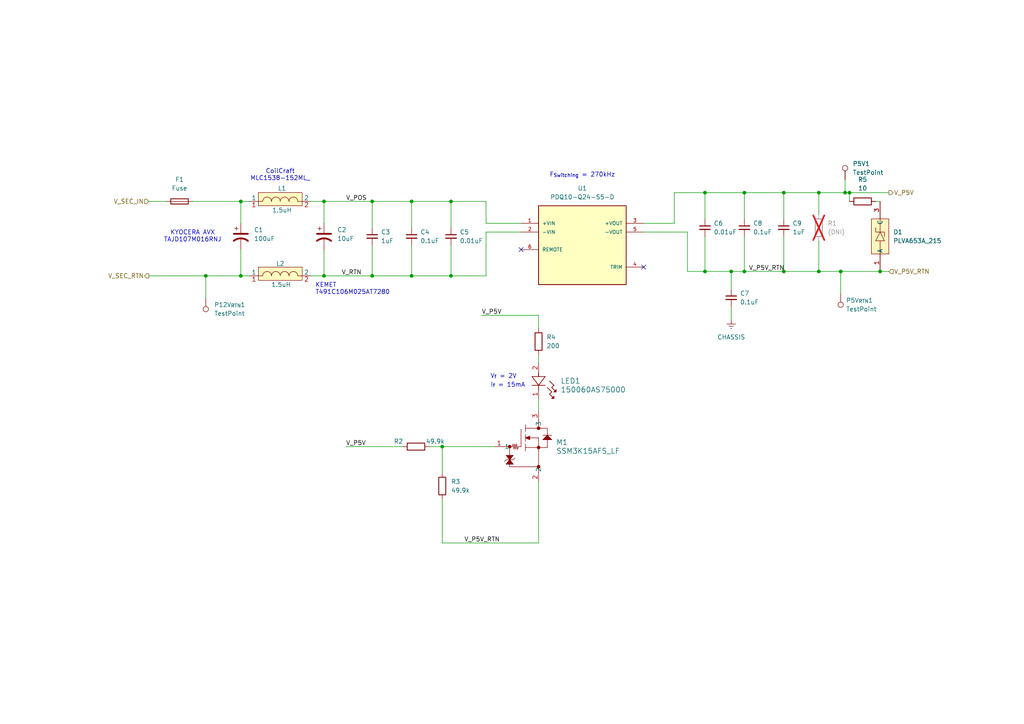
<source format=kicad_sch>
(kicad_sch
	(version 20250114)
	(generator "eeschema")
	(generator_version "9.0")
	(uuid "d2bc0a73-da40-4913-bd5e-3184ccb656e7")
	(paper "A4")
	(lib_symbols
		(symbol "CUI:PDQ10-Q24-S3-D"
			(pin_names
				(offset 1.016)
			)
			(exclude_from_sim no)
			(in_bom yes)
			(on_board yes)
			(property "Reference" "U"
				(at -12.725 10.1799 0)
				(effects
					(font
						(size 1.27 1.27)
					)
					(justify left bottom)
				)
			)
			(property "Value" "PDQ10-Q24-S3-D"
				(at -12.7248 -15.2698 0)
				(effects
					(font
						(size 1.27 1.27)
					)
					(justify left bottom)
				)
			)
			(property "Footprint" "PDQ10-Q24-S3-D:CONV_PDQ10-Q24-S3-D"
				(at 0 0 0)
				(effects
					(font
						(size 1.27 1.27)
					)
					(justify bottom)
					(hide yes)
				)
			)
			(property "Datasheet" ""
				(at 0 0 0)
				(effects
					(font
						(size 1.27 1.27)
					)
					(hide yes)
				)
			)
			(property "Description" ""
				(at 0 0 0)
				(effects
					(font
						(size 1.27 1.27)
					)
					(hide yes)
				)
			)
			(property "MF" "CUI Inc."
				(at 0 0 0)
				(effects
					(font
						(size 1.27 1.27)
					)
					(justify bottom)
					(hide yes)
				)
			)
			(property "Description_1" "10 W, 4:1 Input Range, Single/Dual Regulated Output, 1500 Vdc Isolation, Dc-Dc Converter"
				(at 0 0 0)
				(effects
					(font
						(size 1.27 1.27)
					)
					(justify bottom)
					(hide yes)
				)
			)
			(property "Package" "DIP-6 CUI"
				(at 0 0 0)
				(effects
					(font
						(size 1.27 1.27)
					)
					(justify bottom)
					(hide yes)
				)
			)
			(property "Price" "None"
				(at 0 0 0)
				(effects
					(font
						(size 1.27 1.27)
					)
					(justify bottom)
					(hide yes)
				)
			)
			(property "Check_prices" "https://www.snapeda.com/parts/PDQ10-Q24-S3-D/CUI/view-part/?ref=eda"
				(at 0 0 0)
				(effects
					(font
						(size 1.27 1.27)
					)
					(justify bottom)
					(hide yes)
				)
			)
			(property "STANDARD" "Manufacturer Recommendations"
				(at 0 0 0)
				(effects
					(font
						(size 1.27 1.27)
					)
					(justify bottom)
					(hide yes)
				)
			)
			(property "PARTREV" "1.0"
				(at 0 0 0)
				(effects
					(font
						(size 1.27 1.27)
					)
					(justify bottom)
					(hide yes)
				)
			)
			(property "SnapEDA_Link" "https://www.snapeda.com/parts/PDQ10-Q24-S3-D/CUI/view-part/?ref=snap"
				(at 0 0 0)
				(effects
					(font
						(size 1.27 1.27)
					)
					(justify bottom)
					(hide yes)
				)
			)
			(property "MP" "PDQ10-Q24-S3-D"
				(at 0 0 0)
				(effects
					(font
						(size 1.27 1.27)
					)
					(justify bottom)
					(hide yes)
				)
			)
			(property "CUI_purchase_URL" "https://www.cui.com/product/dc-dc-converters/isolated/pdq10-d-series?utm_source=snapeda.com&utm_medium=referral&utm_campaign=snapedaBOM"
				(at 0 0 0)
				(effects
					(font
						(size 1.27 1.27)
					)
					(justify bottom)
					(hide yes)
				)
			)
			(property "Availability" "In Stock"
				(at 0 0 0)
				(effects
					(font
						(size 1.27 1.27)
					)
					(justify bottom)
					(hide yes)
				)
			)
			(property "MANUFACTURER" "CUI Inc"
				(at 0 0 0)
				(effects
					(font
						(size 1.27 1.27)
					)
					(justify bottom)
					(hide yes)
				)
			)
			(symbol "PDQ10-Q24-S3-D_0_0"
				(rectangle
					(start -12.7 -12.7)
					(end 12.7 10.16)
					(stroke
						(width 0.254)
						(type default)
					)
					(fill
						(type background)
					)
				)
				(pin input line
					(at -17.78 5.08 0)
					(length 5.08)
					(name "+VIN"
						(effects
							(font
								(size 1.016 1.016)
							)
						)
					)
					(number "1"
						(effects
							(font
								(size 1.016 1.016)
							)
						)
					)
				)
				(pin input line
					(at -17.78 2.54 0)
					(length 5.08)
					(name "-VIN"
						(effects
							(font
								(size 1.016 1.016)
							)
						)
					)
					(number "2"
						(effects
							(font
								(size 1.016 1.016)
							)
						)
					)
				)
				(pin input line
					(at -17.78 -2.54 0)
					(length 5.08)
					(name "REMOTE"
						(effects
							(font
								(size 1.016 1.016)
							)
						)
					)
					(number "6"
						(effects
							(font
								(size 1.016 1.016)
							)
						)
					)
				)
				(pin output line
					(at 17.78 5.08 180)
					(length 5.08)
					(name "+VOUT"
						(effects
							(font
								(size 1.016 1.016)
							)
						)
					)
					(number "3"
						(effects
							(font
								(size 1.016 1.016)
							)
						)
					)
				)
				(pin output line
					(at 17.78 2.54 180)
					(length 5.08)
					(name "-VOUT"
						(effects
							(font
								(size 1.016 1.016)
							)
						)
					)
					(number "5"
						(effects
							(font
								(size 1.016 1.016)
							)
						)
					)
				)
				(pin passive line
					(at 17.78 -7.62 180)
					(length 5.08)
					(name "TRIM"
						(effects
							(font
								(size 1.016 1.016)
							)
						)
					)
					(number "4"
						(effects
							(font
								(size 1.016 1.016)
							)
						)
					)
				)
			)
			(embedded_fonts no)
		)
		(symbol "CoilCraft:MLC7542"
			(pin_names
				(offset 0)
			)
			(exclude_from_sim no)
			(in_bom yes)
			(on_board yes)
			(property "Reference" "L"
				(at 5.334 3.81 0)
				(effects
					(font
						(size 1.27 1.27)
					)
				)
			)
			(property "Value" ""
				(at 6.35 3.302 0)
				(effects
					(font
						(size 1.27 1.27)
					)
				)
			)
			(property "Footprint" ""
				(at 6.35 3.302 0)
				(effects
					(font
						(size 1.27 1.27)
					)
					(hide yes)
				)
			)
			(property "Datasheet" ""
				(at 6.35 3.302 0)
				(effects
					(font
						(size 1.27 1.27)
					)
					(hide yes)
				)
			)
			(property "Description" ""
				(at 6.35 3.302 0)
				(effects
					(font
						(size 1.27 1.27)
					)
					(hide yes)
				)
			)
			(property "Manufacturer" "Coil Craft"
				(at 0 0 0)
				(effects
					(font
						(size 1.27 1.27)
					)
					(hide yes)
				)
			)
			(property "Man. Part Num" ""
				(at 0 0 0)
				(effects
					(font
						(size 1.27 1.27)
					)
					(hide yes)
				)
			)
			(property "Distributor" "Coil Craft"
				(at 0 0 0)
				(effects
					(font
						(size 1.27 1.27)
					)
					(hide yes)
				)
			)
			(property "Dist. Part Num" ""
				(at 0 0 0)
				(effects
					(font
						(size 1.27 1.27)
					)
					(hide yes)
				)
			)
			(property "Package" ""
				(at 0 0 0)
				(effects
					(font
						(size 1.27 1.27)
					)
					(hide yes)
				)
			)
			(property "Notes" ""
				(at 0 0 0)
				(effects
					(font
						(size 1.27 1.27)
					)
					(hide yes)
				)
			)
			(property "Part Type" "SMD"
				(at 0 0 0)
				(effects
					(font
						(size 1.27 1.27)
					)
					(hide yes)
				)
			)
			(symbol "MLC7542_0_1"
				(arc
					(start 1.27 0)
					(mid 1.642 0.898)
					(end 2.54 1.27)
					(stroke
						(width 0)
						(type default)
					)
					(fill
						(type none)
					)
				)
				(arc
					(start 2.54 1.27)
					(mid 3.438 0.898)
					(end 3.81 0)
					(stroke
						(width 0)
						(type default)
					)
					(fill
						(type none)
					)
				)
				(arc
					(start 3.81 0)
					(mid 4.182 0.898)
					(end 5.08 1.27)
					(stroke
						(width 0)
						(type default)
					)
					(fill
						(type none)
					)
				)
				(arc
					(start 5.08 1.27)
					(mid 5.978 0.898)
					(end 6.35 0)
					(stroke
						(width 0)
						(type default)
					)
					(fill
						(type none)
					)
				)
				(arc
					(start 6.35 0)
					(mid 6.722 0.898)
					(end 7.62 1.27)
					(stroke
						(width 0)
						(type default)
					)
					(fill
						(type none)
					)
				)
				(arc
					(start 7.62 1.27)
					(mid 8.518 0.898)
					(end 8.89 0)
					(stroke
						(width 0)
						(type default)
					)
					(fill
						(type none)
					)
				)
				(arc
					(start 8.89 0)
					(mid 9.262 0.898)
					(end 10.16 1.27)
					(stroke
						(width 0)
						(type default)
					)
					(fill
						(type none)
					)
				)
				(arc
					(start 10.16 1.27)
					(mid 11.058 0.898)
					(end 11.43 0)
					(stroke
						(width 0)
						(type default)
					)
					(fill
						(type none)
					)
				)
			)
			(symbol "MLC7542_1_1"
				(rectangle
					(start 0 2.54)
					(end 12.7 -1.27)
					(stroke
						(width 0)
						(type default)
					)
					(fill
						(type background)
					)
				)
				(polyline
					(pts
						(xy 1.27 0) (xy 0 0)
					)
					(stroke
						(width 0)
						(type default)
					)
					(fill
						(type none)
					)
				)
				(polyline
					(pts
						(xy 11.43 0) (xy 12.7 0)
					)
					(stroke
						(width 0)
						(type default)
					)
					(fill
						(type none)
					)
				)
				(pin bidirectional line
					(at -2.54 0 0)
					(length 2.54)
					(name "1"
						(effects
							(font
								(size 1.27 1.27)
							)
						)
					)
					(number "1"
						(effects
							(font
								(size 1.27 1.27)
							)
						)
					)
				)
				(pin bidirectional line
					(at 15.24 0 180)
					(length 2.54)
					(name "2"
						(effects
							(font
								(size 1.27 1.27)
							)
						)
					)
					(number "2"
						(effects
							(font
								(size 1.27 1.27)
							)
						)
					)
				)
			)
			(embedded_fonts no)
		)
		(symbol "Connector:TestPoint"
			(pin_numbers
				(hide yes)
			)
			(pin_names
				(offset 0.762)
				(hide yes)
			)
			(exclude_from_sim no)
			(in_bom yes)
			(on_board yes)
			(property "Reference" "TP"
				(at 0 6.858 0)
				(effects
					(font
						(size 1.27 1.27)
					)
				)
			)
			(property "Value" "TestPoint"
				(at 0 5.08 0)
				(effects
					(font
						(size 1.27 1.27)
					)
				)
			)
			(property "Footprint" ""
				(at 5.08 0 0)
				(effects
					(font
						(size 1.27 1.27)
					)
					(hide yes)
				)
			)
			(property "Datasheet" "~"
				(at 5.08 0 0)
				(effects
					(font
						(size 1.27 1.27)
					)
					(hide yes)
				)
			)
			(property "Description" "test point"
				(at 0 0 0)
				(effects
					(font
						(size 1.27 1.27)
					)
					(hide yes)
				)
			)
			(property "ki_keywords" "test point tp"
				(at 0 0 0)
				(effects
					(font
						(size 1.27 1.27)
					)
					(hide yes)
				)
			)
			(property "ki_fp_filters" "Pin* Test*"
				(at 0 0 0)
				(effects
					(font
						(size 1.27 1.27)
					)
					(hide yes)
				)
			)
			(symbol "TestPoint_0_1"
				(circle
					(center 0 3.302)
					(radius 0.762)
					(stroke
						(width 0)
						(type default)
					)
					(fill
						(type none)
					)
				)
			)
			(symbol "TestPoint_1_1"
				(pin passive line
					(at 0 0 90)
					(length 2.54)
					(name "1"
						(effects
							(font
								(size 1.27 1.27)
							)
						)
					)
					(number "1"
						(effects
							(font
								(size 1.27 1.27)
							)
						)
					)
				)
			)
			(embedded_fonts no)
		)
		(symbol "Device:C_Polarized_US"
			(pin_numbers
				(hide yes)
			)
			(pin_names
				(offset 0.254)
				(hide yes)
			)
			(exclude_from_sim no)
			(in_bom yes)
			(on_board yes)
			(property "Reference" "C"
				(at 0.635 2.54 0)
				(effects
					(font
						(size 1.27 1.27)
					)
					(justify left)
				)
			)
			(property "Value" "C_Polarized_US"
				(at 0.635 -2.54 0)
				(effects
					(font
						(size 1.27 1.27)
					)
					(justify left)
				)
			)
			(property "Footprint" ""
				(at 0 0 0)
				(effects
					(font
						(size 1.27 1.27)
					)
					(hide yes)
				)
			)
			(property "Datasheet" "~"
				(at 0 0 0)
				(effects
					(font
						(size 1.27 1.27)
					)
					(hide yes)
				)
			)
			(property "Description" "Polarized capacitor, US symbol"
				(at 0 0 0)
				(effects
					(font
						(size 1.27 1.27)
					)
					(hide yes)
				)
			)
			(property "ki_keywords" "cap capacitor"
				(at 0 0 0)
				(effects
					(font
						(size 1.27 1.27)
					)
					(hide yes)
				)
			)
			(property "ki_fp_filters" "CP_*"
				(at 0 0 0)
				(effects
					(font
						(size 1.27 1.27)
					)
					(hide yes)
				)
			)
			(symbol "C_Polarized_US_0_1"
				(polyline
					(pts
						(xy -2.032 0.762) (xy 2.032 0.762)
					)
					(stroke
						(width 0.508)
						(type default)
					)
					(fill
						(type none)
					)
				)
				(polyline
					(pts
						(xy -1.778 2.286) (xy -0.762 2.286)
					)
					(stroke
						(width 0)
						(type default)
					)
					(fill
						(type none)
					)
				)
				(polyline
					(pts
						(xy -1.27 1.778) (xy -1.27 2.794)
					)
					(stroke
						(width 0)
						(type default)
					)
					(fill
						(type none)
					)
				)
				(arc
					(start -2.032 -1.27)
					(mid 0 -0.5572)
					(end 2.032 -1.27)
					(stroke
						(width 0.508)
						(type default)
					)
					(fill
						(type none)
					)
				)
			)
			(symbol "C_Polarized_US_1_1"
				(pin passive line
					(at 0 3.81 270)
					(length 2.794)
					(name "~"
						(effects
							(font
								(size 1.27 1.27)
							)
						)
					)
					(number "1"
						(effects
							(font
								(size 1.27 1.27)
							)
						)
					)
				)
				(pin passive line
					(at 0 -3.81 90)
					(length 3.302)
					(name "~"
						(effects
							(font
								(size 1.27 1.27)
							)
						)
					)
					(number "2"
						(effects
							(font
								(size 1.27 1.27)
							)
						)
					)
				)
			)
			(embedded_fonts no)
		)
		(symbol "Device:C_Small"
			(pin_numbers
				(hide yes)
			)
			(pin_names
				(offset 0.254)
				(hide yes)
			)
			(exclude_from_sim no)
			(in_bom yes)
			(on_board yes)
			(property "Reference" "C"
				(at 0.254 1.778 0)
				(effects
					(font
						(size 1.27 1.27)
					)
					(justify left)
				)
			)
			(property "Value" "C_Small"
				(at 0.254 -2.032 0)
				(effects
					(font
						(size 1.27 1.27)
					)
					(justify left)
				)
			)
			(property "Footprint" ""
				(at 0 0 0)
				(effects
					(font
						(size 1.27 1.27)
					)
					(hide yes)
				)
			)
			(property "Datasheet" "~"
				(at 0 0 0)
				(effects
					(font
						(size 1.27 1.27)
					)
					(hide yes)
				)
			)
			(property "Description" "Unpolarized capacitor, small symbol"
				(at 0 0 0)
				(effects
					(font
						(size 1.27 1.27)
					)
					(hide yes)
				)
			)
			(property "ki_keywords" "capacitor cap"
				(at 0 0 0)
				(effects
					(font
						(size 1.27 1.27)
					)
					(hide yes)
				)
			)
			(property "ki_fp_filters" "C_*"
				(at 0 0 0)
				(effects
					(font
						(size 1.27 1.27)
					)
					(hide yes)
				)
			)
			(symbol "C_Small_0_1"
				(polyline
					(pts
						(xy -1.524 0.508) (xy 1.524 0.508)
					)
					(stroke
						(width 0.3048)
						(type default)
					)
					(fill
						(type none)
					)
				)
				(polyline
					(pts
						(xy -1.524 -0.508) (xy 1.524 -0.508)
					)
					(stroke
						(width 0.3302)
						(type default)
					)
					(fill
						(type none)
					)
				)
			)
			(symbol "C_Small_1_1"
				(pin passive line
					(at 0 2.54 270)
					(length 2.032)
					(name "~"
						(effects
							(font
								(size 1.27 1.27)
							)
						)
					)
					(number "1"
						(effects
							(font
								(size 1.27 1.27)
							)
						)
					)
				)
				(pin passive line
					(at 0 -2.54 90)
					(length 2.032)
					(name "~"
						(effects
							(font
								(size 1.27 1.27)
							)
						)
					)
					(number "2"
						(effects
							(font
								(size 1.27 1.27)
							)
						)
					)
				)
			)
			(embedded_fonts no)
		)
		(symbol "Device:Fuse"
			(pin_numbers
				(hide yes)
			)
			(pin_names
				(offset 0)
			)
			(exclude_from_sim no)
			(in_bom yes)
			(on_board yes)
			(property "Reference" "F"
				(at 2.032 0 90)
				(effects
					(font
						(size 1.27 1.27)
					)
				)
			)
			(property "Value" "Fuse"
				(at -1.905 0 90)
				(effects
					(font
						(size 1.27 1.27)
					)
				)
			)
			(property "Footprint" ""
				(at -1.778 0 90)
				(effects
					(font
						(size 1.27 1.27)
					)
					(hide yes)
				)
			)
			(property "Datasheet" "~"
				(at 0 0 0)
				(effects
					(font
						(size 1.27 1.27)
					)
					(hide yes)
				)
			)
			(property "Description" "Fuse"
				(at 0 0 0)
				(effects
					(font
						(size 1.27 1.27)
					)
					(hide yes)
				)
			)
			(property "ki_keywords" "fuse"
				(at 0 0 0)
				(effects
					(font
						(size 1.27 1.27)
					)
					(hide yes)
				)
			)
			(property "ki_fp_filters" "*Fuse*"
				(at 0 0 0)
				(effects
					(font
						(size 1.27 1.27)
					)
					(hide yes)
				)
			)
			(symbol "Fuse_0_1"
				(rectangle
					(start -0.762 -2.54)
					(end 0.762 2.54)
					(stroke
						(width 0.254)
						(type default)
					)
					(fill
						(type none)
					)
				)
				(polyline
					(pts
						(xy 0 2.54) (xy 0 -2.54)
					)
					(stroke
						(width 0)
						(type default)
					)
					(fill
						(type none)
					)
				)
			)
			(symbol "Fuse_1_1"
				(pin passive line
					(at 0 3.81 270)
					(length 1.27)
					(name "~"
						(effects
							(font
								(size 1.27 1.27)
							)
						)
					)
					(number "1"
						(effects
							(font
								(size 1.27 1.27)
							)
						)
					)
				)
				(pin passive line
					(at 0 -3.81 90)
					(length 1.27)
					(name "~"
						(effects
							(font
								(size 1.27 1.27)
							)
						)
					)
					(number "2"
						(effects
							(font
								(size 1.27 1.27)
							)
						)
					)
				)
			)
			(embedded_fonts no)
		)
		(symbol "Device:R"
			(pin_numbers
				(hide yes)
			)
			(pin_names
				(offset 0)
			)
			(exclude_from_sim no)
			(in_bom yes)
			(on_board yes)
			(property "Reference" "R"
				(at 2.032 0 90)
				(effects
					(font
						(size 1.27 1.27)
					)
				)
			)
			(property "Value" "R"
				(at 0 0 90)
				(effects
					(font
						(size 1.27 1.27)
					)
				)
			)
			(property "Footprint" ""
				(at -1.778 0 90)
				(effects
					(font
						(size 1.27 1.27)
					)
					(hide yes)
				)
			)
			(property "Datasheet" "~"
				(at 0 0 0)
				(effects
					(font
						(size 1.27 1.27)
					)
					(hide yes)
				)
			)
			(property "Description" "Resistor"
				(at 0 0 0)
				(effects
					(font
						(size 1.27 1.27)
					)
					(hide yes)
				)
			)
			(property "ki_keywords" "R res resistor"
				(at 0 0 0)
				(effects
					(font
						(size 1.27 1.27)
					)
					(hide yes)
				)
			)
			(property "ki_fp_filters" "R_*"
				(at 0 0 0)
				(effects
					(font
						(size 1.27 1.27)
					)
					(hide yes)
				)
			)
			(symbol "R_0_1"
				(rectangle
					(start -1.016 -2.54)
					(end 1.016 2.54)
					(stroke
						(width 0.254)
						(type default)
					)
					(fill
						(type none)
					)
				)
			)
			(symbol "R_1_1"
				(pin passive line
					(at 0 3.81 270)
					(length 1.27)
					(name "~"
						(effects
							(font
								(size 1.27 1.27)
							)
						)
					)
					(number "1"
						(effects
							(font
								(size 1.27 1.27)
							)
						)
					)
				)
				(pin passive line
					(at 0 -3.81 90)
					(length 1.27)
					(name "~"
						(effects
							(font
								(size 1.27 1.27)
							)
						)
					)
					(number "2"
						(effects
							(font
								(size 1.27 1.27)
							)
						)
					)
				)
			)
			(embedded_fonts no)
		)
		(symbol "Nexperia:PLVA650A_215"
			(pin_names
				(offset 0.254)
			)
			(exclude_from_sim no)
			(in_bom yes)
			(on_board yes)
			(property "Reference" "U"
				(at 10.16 6.35 0)
				(effects
					(font
						(size 1.524 1.524)
					)
				)
			)
			(property "Value" "PLVA653A,215"
				(at 10.16 3.81 0)
				(effects
					(font
						(size 1.524 1.524)
					)
				)
			)
			(property "Footprint" "Nexperia:PLVA650A_215_NEX"
				(at 0 0 0)
				(effects
					(font
						(size 1.27 1.27)
						(italic yes)
					)
					(hide yes)
				)
			)
			(property "Datasheet" "https://assets.nexperia.com/documents/data-sheet/PLVA6XXA_SER.pdf"
				(at 0 0 0)
				(effects
					(font
						(size 1.27 1.27)
						(italic yes)
					)
					(hide yes)
				)
			)
			(property "Description" "Zener Diode 5.3 V 250 mW ±4% Surface Mount TO-236AB"
				(at 0 0 0)
				(effects
					(font
						(size 1.27 1.27)
					)
					(hide yes)
				)
			)
			(property "Manufacturer" "Nexperia USA Inc."
				(at 0 0 0)
				(effects
					(font
						(size 1.27 1.27)
					)
					(hide yes)
				)
			)
			(property "ManufacturerPN" "PLVA653A,215"
				(at 0 0 0)
				(effects
					(font
						(size 1.27 1.27)
					)
					(hide yes)
				)
			)
			(property "Vendor" "Digikey"
				(at 0 0 0)
				(effects
					(font
						(size 1.27 1.27)
					)
					(hide yes)
				)
			)
			(property "VendorPN" "1727-5168-1-ND"
				(at 0 0 0)
				(effects
					(font
						(size 1.27 1.27)
					)
					(hide yes)
				)
			)
			(property "VendorURL" "https://www.digikey.com/en/products/detail/nexperia-usa-inc/PLVA653A-215/1157604"
				(at 0 0 0)
				(effects
					(font
						(size 1.27 1.27)
					)
					(hide yes)
				)
			)
			(property "Zener Voltage (Vz)" "5.3V"
				(at 0 0 0)
				(effects
					(font
						(size 1.27 1.27)
					)
					(hide yes)
				)
			)
			(property "Tolerance" "+/-4%"
				(at 0 0 0)
				(effects
					(font
						(size 1.27 1.27)
					)
					(hide yes)
				)
			)
			(property "Max Power" "250mW"
				(at 0 0 0)
				(effects
					(font
						(size 1.27 1.27)
					)
					(hide yes)
				)
			)
			(property "Max Impedance (Zzt)" "250 Ohms"
				(at 0 0 0)
				(effects
					(font
						(size 1.27 1.27)
					)
					(hide yes)
				)
			)
			(property "Reverse Leakage Current" "2.5uA @ Vr 4.8V"
				(at 0 0 0)
				(effects
					(font
						(size 1.27 1.27)
					)
					(hide yes)
				)
			)
			(property "Max Forward Voltage (Vf)" "900mV @ If 10mA"
				(at 0 0 0)
				(effects
					(font
						(size 1.27 1.27)
					)
					(hide yes)
				)
			)
			(property "Operating Temperature" "-65C ~ 150C"
				(at 0 0 0)
				(effects
					(font
						(size 1.27 1.27)
					)
					(hide yes)
				)
			)
			(property "Mounting Type" "Surface Mount"
				(at 0 0 0)
				(effects
					(font
						(size 1.27 1.27)
					)
					(hide yes)
				)
			)
			(property "Package" "TO-236AB"
				(at 0 0 0)
				(effects
					(font
						(size 1.27 1.27)
					)
					(hide yes)
				)
			)
			(property "ki_keywords" "PLVA650A,215"
				(at 0 0 0)
				(effects
					(font
						(size 1.27 1.27)
					)
					(hide yes)
				)
			)
			(property "ki_fp_filters" "PLVA650A_215_NEX PLVA650A_215_NEX-M PLVA650A_215_NEX-L"
				(at 0 0 0)
				(effects
					(font
						(size 1.27 1.27)
					)
					(hide yes)
				)
			)
			(symbol "PLVA650A_215_0_1"
				(pin unspecified line
					(at 0 0 0)
					(length 5.08)
					(name "A"
						(effects
							(font
								(size 1.27 1.27)
							)
						)
					)
					(number "1"
						(effects
							(font
								(size 1.27 1.27)
							)
						)
					)
				)
			)
			(symbol "PLVA650A_215_1_1"
				(rectangle
					(start 5.08 2.54)
					(end 15.24 -2.54)
					(stroke
						(width 0)
						(type default)
					)
					(fill
						(type color)
						(color 255 246 191 1)
					)
				)
				(polyline
					(pts
						(xy 5.08 0) (xy 8.89 0)
					)
					(stroke
						(width 0)
						(type default)
					)
					(fill
						(type none)
					)
				)
				(polyline
					(pts
						(xy 8.89 1.27) (xy 8.89 -1.27) (xy 11.43 0) (xy 8.89 1.27)
					)
					(stroke
						(width 0)
						(type default)
					)
					(fill
						(type none)
					)
				)
				(polyline
					(pts
						(xy 11.43 0) (xy 15.24 0)
					)
					(stroke
						(width 0)
						(type default)
					)
					(fill
						(type none)
					)
				)
				(polyline
					(pts
						(xy 12.7 1.27) (xy 11.43 1.27) (xy 11.43 -1.27) (xy 10.16 -1.27)
					)
					(stroke
						(width 0)
						(type default)
					)
					(fill
						(type none)
					)
				)
				(pin no_connect line
					(at 10.16 -7.62 90)
					(length 5.08)
					(hide yes)
					(name "NC"
						(effects
							(font
								(size 1.27 1.27)
							)
						)
					)
					(number "2"
						(effects
							(font
								(size 1.27 1.27)
							)
						)
					)
				)
				(pin unspecified line
					(at 20.32 0 180)
					(length 5.08)
					(name "C"
						(effects
							(font
								(size 1.27 1.27)
							)
						)
					)
					(number "3"
						(effects
							(font
								(size 1.27 1.27)
							)
						)
					)
				)
			)
			(embedded_fonts no)
		)
		(symbol "Toshiba_Semi:SSM3K15AFS_LF"
			(pin_names
				(offset 0.254)
			)
			(exclude_from_sim no)
			(in_bom yes)
			(on_board yes)
			(property "Reference" "MOSFET"
				(at 0 0 0)
				(effects
					(font
						(size 1.524 1.524)
					)
				)
			)
			(property "Value" "SSM3K15AFS_LF"
				(at 0 0 0)
				(effects
					(font
						(size 1.524 1.524)
					)
				)
			)
			(property "Footprint" "SSM_TOS"
				(at 0 0 0)
				(effects
					(font
						(size 1.27 1.27)
						(italic yes)
					)
					(hide yes)
				)
			)
			(property "Datasheet" "https://toshiba.semicon-storage.com/info/SSM3K15AFS_datasheet_en_20140301.pdf?did=5914&prodName=SSM3K15AFS"
				(at 0 0 0)
				(effects
					(font
						(size 1.27 1.27)
						(italic yes)
					)
					(hide yes)
				)
			)
			(property "Description" "MOSFET N-CH 30V 100MA SSM"
				(at 0 0 0)
				(effects
					(font
						(size 1.27 1.27)
					)
					(hide yes)
				)
			)
			(property "Manufacturer" "Toshiba Semiconductor and Storage"
				(at 0 0 0)
				(effects
					(font
						(size 1.27 1.27)
					)
					(hide yes)
				)
			)
			(property "Man. Part Num" "SSM3K15AFS,LF"
				(at 0 0 0)
				(effects
					(font
						(size 1.27 1.27)
					)
					(hide yes)
				)
			)
			(property "Distributor" "Digi-Key"
				(at 0 0 0)
				(effects
					(font
						(size 1.27 1.27)
					)
					(hide yes)
				)
			)
			(property "Dist. Part Num" "SSM3K15AFSLFCT-ND"
				(at 0 0 0)
				(effects
					(font
						(size 1.27 1.27)
					)
					(hide yes)
				)
			)
			(property "Part Type" "SMD"
				(at 0 0 0)
				(effects
					(font
						(size 1.27 1.27)
					)
					(hide yes)
				)
			)
			(property "Package" "SSM_TOS"
				(at 0 0 0)
				(effects
					(font
						(size 1.27 1.27)
					)
					(hide yes)
				)
			)
			(property "Notes" ""
				(at 0 0 0)
				(effects
					(font
						(size 1.27 1.27)
					)
					(hide yes)
				)
			)
			(property "ki_keywords" "SSM3K15AFS,LF"
				(at 0 0 0)
				(effects
					(font
						(size 1.27 1.27)
					)
					(hide yes)
				)
			)
			(property "ki_fp_filters" "SSM_TOS SSM_TOS-M SSM_TOS-L"
				(at 0 0 0)
				(effects
					(font
						(size 1.27 1.27)
					)
					(hide yes)
				)
			)
			(symbol "SSM3K15AFS_LF_0_1"
				(polyline
					(pts
						(xy 0 -7.62) (xy 2.54 -7.62)
					)
					(stroke
						(width 0.1524)
						(type default)
					)
					(fill
						(type none)
					)
				)
				(polyline
					(pts
						(xy 0.762 -10.16) (xy 1.778 -11.43)
					)
					(stroke
						(width 0.1524)
						(type default)
					)
					(fill
						(type none)
					)
				)
				(polyline
					(pts
						(xy 0.762 -10.16) (xy 1.778 -11.43) (xy 0.762 -12.7) (xy 2.794 -12.7) (xy 1.778 -11.43) (xy 2.794 -10.16)
					)
					(stroke
						(width 0)
						(type default)
					)
					(fill
						(type outline)
					)
				)
				(polyline
					(pts
						(xy 0.762 -11.43) (xy 0.254 -11.938)
					)
					(stroke
						(width 0.1524)
						(type default)
					)
					(fill
						(type none)
					)
				)
				(polyline
					(pts
						(xy 0.762 -11.43) (xy 2.794 -11.43)
					)
					(stroke
						(width 0.1524)
						(type default)
					)
					(fill
						(type none)
					)
				)
				(polyline
					(pts
						(xy 0.762 -12.7) (xy 2.794 -12.7)
					)
					(stroke
						(width 0.1524)
						(type default)
					)
					(fill
						(type none)
					)
				)
				(polyline
					(pts
						(xy 1.778 -7.62) (xy 1.778 -10.16)
					)
					(stroke
						(width 0.1524)
						(type default)
					)
					(fill
						(type none)
					)
				)
				(circle
					(center 1.778 -7.62)
					(radius 0.254)
					(stroke
						(width 0.508)
						(type default)
					)
					(fill
						(type none)
					)
				)
				(polyline
					(pts
						(xy 1.778 -11.43) (xy 0.762 -12.7)
					)
					(stroke
						(width 0.1524)
						(type default)
					)
					(fill
						(type none)
					)
				)
				(polyline
					(pts
						(xy 1.778 -11.43) (xy 2.794 -10.16)
					)
					(stroke
						(width 0.1524)
						(type default)
					)
					(fill
						(type none)
					)
				)
				(polyline
					(pts
						(xy 1.778 -12.7) (xy 1.778 -13.462)
					)
					(stroke
						(width 0.1524)
						(type default)
					)
					(fill
						(type none)
					)
				)
				(polyline
					(pts
						(xy 1.778 -13.462) (xy 10.16 -13.462)
					)
					(stroke
						(width 0.1524)
						(type default)
					)
					(fill
						(type none)
					)
				)
				(polyline
					(pts
						(xy 2.794 -6.858) (xy 2.54 -7.62)
					)
					(stroke
						(width 0.1524)
						(type default)
					)
					(fill
						(type none)
					)
				)
				(polyline
					(pts
						(xy 2.794 -10.16) (xy 0.762 -10.16)
					)
					(stroke
						(width 0.1524)
						(type default)
					)
					(fill
						(type none)
					)
				)
				(polyline
					(pts
						(xy 2.794 -11.43) (xy 3.302 -10.922)
					)
					(stroke
						(width 0.1524)
						(type default)
					)
					(fill
						(type none)
					)
				)
				(polyline
					(pts
						(xy 2.794 -12.7) (xy 1.778 -11.43)
					)
					(stroke
						(width 0.1524)
						(type default)
					)
					(fill
						(type none)
					)
				)
				(polyline
					(pts
						(xy 3.048 -8.382) (xy 2.794 -6.858)
					)
					(stroke
						(width 0.1524)
						(type default)
					)
					(fill
						(type none)
					)
				)
				(polyline
					(pts
						(xy 3.302 -6.858) (xy 3.048 -8.382)
					)
					(stroke
						(width 0.1524)
						(type default)
					)
					(fill
						(type none)
					)
				)
				(polyline
					(pts
						(xy 3.556 -8.382) (xy 3.302 -6.858)
					)
					(stroke
						(width 0.1524)
						(type default)
					)
					(fill
						(type none)
					)
				)
				(polyline
					(pts
						(xy 3.81 -6.858) (xy 3.556 -8.382)
					)
					(stroke
						(width 0.1524)
						(type default)
					)
					(fill
						(type none)
					)
				)
				(polyline
					(pts
						(xy 4.064 -8.382) (xy 3.81 -6.858)
					)
					(stroke
						(width 0.1524)
						(type default)
					)
					(fill
						(type none)
					)
				)
				(polyline
					(pts
						(xy 4.318 -7.62) (xy 4.064 -8.382)
					)
					(stroke
						(width 0.1524)
						(type default)
					)
					(fill
						(type none)
					)
				)
				(polyline
					(pts
						(xy 5.08 -7.62) (xy 4.318 -7.62)
					)
					(stroke
						(width 0.1524)
						(type default)
					)
					(fill
						(type none)
					)
				)
				(polyline
					(pts
						(xy 5.08 -7.62) (xy 5.08 -2.54)
					)
					(stroke
						(width 0.1524)
						(type default)
					)
					(fill
						(type none)
					)
				)
				(polyline
					(pts
						(xy 6.35 -3.302) (xy 6.35 -1.27)
					)
					(stroke
						(width 0.1524)
						(type default)
					)
					(fill
						(type none)
					)
				)
				(polyline
					(pts
						(xy 6.35 -5.08) (xy 7.62 -4.572)
					)
					(stroke
						(width 0.1524)
						(type default)
					)
					(fill
						(type none)
					)
				)
				(polyline
					(pts
						(xy 6.35 -6.096) (xy 6.35 -4.064)
					)
					(stroke
						(width 0.1524)
						(type default)
					)
					(fill
						(type none)
					)
				)
				(polyline
					(pts
						(xy 6.35 -7.874) (xy 12.7 -7.874)
					)
					(stroke
						(width 0.1524)
						(type default)
					)
					(fill
						(type none)
					)
				)
				(polyline
					(pts
						(xy 6.35 -8.89) (xy 6.35 -6.858)
					)
					(stroke
						(width 0.1524)
						(type default)
					)
					(fill
						(type none)
					)
				)
				(polyline
					(pts
						(xy 7.62 -4.572) (xy 7.62 -5.588)
					)
					(stroke
						(width 0.1524)
						(type default)
					)
					(fill
						(type none)
					)
				)
				(polyline
					(pts
						(xy 7.62 -4.572) (xy 6.35 -5.08) (xy 7.62 -5.588)
					)
					(stroke
						(width 0)
						(type default)
					)
					(fill
						(type outline)
					)
				)
				(polyline
					(pts
						(xy 7.62 -5.08) (xy 10.16 -5.08)
					)
					(stroke
						(width 0.1524)
						(type default)
					)
					(fill
						(type none)
					)
				)
				(polyline
					(pts
						(xy 7.62 -5.588) (xy 6.35 -5.08)
					)
					(stroke
						(width 0.1524)
						(type default)
					)
					(fill
						(type none)
					)
				)
				(polyline
					(pts
						(xy 10.16 0) (xy 10.16 -2.286)
					)
					(stroke
						(width 0.1524)
						(type default)
					)
					(fill
						(type none)
					)
				)
				(circle
					(center 10.16 -2.286)
					(radius 0.254)
					(stroke
						(width 0.508)
						(type default)
					)
					(fill
						(type none)
					)
				)
				(polyline
					(pts
						(xy 10.16 -5.08) (xy 10.16 -15.24)
					)
					(stroke
						(width 0.1524)
						(type default)
					)
					(fill
						(type none)
					)
				)
				(circle
					(center 10.16 -7.874)
					(radius 0.254)
					(stroke
						(width 0.508)
						(type default)
					)
					(fill
						(type none)
					)
				)
				(circle
					(center 10.16 -13.462)
					(radius 0.254)
					(stroke
						(width 0.508)
						(type default)
					)
					(fill
						(type none)
					)
				)
				(polyline
					(pts
						(xy 11.43 -4.318) (xy 13.97 -4.318)
					)
					(stroke
						(width 0.1524)
						(type default)
					)
					(fill
						(type none)
					)
				)
				(polyline
					(pts
						(xy 11.43 -5.588) (xy 13.97 -5.588)
					)
					(stroke
						(width 0.1524)
						(type default)
					)
					(fill
						(type none)
					)
				)
				(polyline
					(pts
						(xy 12.7 -2.286) (xy 6.35 -2.286)
					)
					(stroke
						(width 0.1524)
						(type default)
					)
					(fill
						(type none)
					)
				)
				(polyline
					(pts
						(xy 12.7 -4.318) (xy 11.43 -5.588)
					)
					(stroke
						(width 0.1524)
						(type default)
					)
					(fill
						(type none)
					)
				)
				(polyline
					(pts
						(xy 12.7 -4.318) (xy 12.7 -2.286)
					)
					(stroke
						(width 0.1524)
						(type default)
					)
					(fill
						(type none)
					)
				)
				(polyline
					(pts
						(xy 12.7 -4.318) (xy 11.43 -5.588) (xy 13.97 -5.588)
					)
					(stroke
						(width 0)
						(type default)
					)
					(fill
						(type outline)
					)
				)
				(polyline
					(pts
						(xy 12.7 -7.874) (xy 12.7 -5.588)
					)
					(stroke
						(width 0.1524)
						(type default)
					)
					(fill
						(type none)
					)
				)
				(polyline
					(pts
						(xy 13.97 -5.588) (xy 12.7 -4.318)
					)
					(stroke
						(width 0.1524)
						(type default)
					)
					(fill
						(type none)
					)
				)
				(pin unspecified line
					(at -2.54 -7.62 0)
					(length 2.54)
					(name "1"
						(effects
							(font
								(size 1.27 1.27)
							)
						)
					)
					(number "1"
						(effects
							(font
								(size 1.27 1.27)
							)
						)
					)
				)
				(pin unspecified line
					(at 10.16 2.54 270)
					(length 2.54)
					(name "3"
						(effects
							(font
								(size 1.27 1.27)
							)
						)
					)
					(number "3"
						(effects
							(font
								(size 1.27 1.27)
							)
						)
					)
				)
				(pin unspecified line
					(at 10.16 -17.78 90)
					(length 2.54)
					(name "2"
						(effects
							(font
								(size 1.27 1.27)
							)
						)
					)
					(number "2"
						(effects
							(font
								(size 1.27 1.27)
							)
						)
					)
				)
			)
			(embedded_fonts no)
		)
		(symbol "Wurth_Elektronik:150060AS75000"
			(pin_names
				(offset 0.254)
			)
			(exclude_from_sim no)
			(in_bom yes)
			(on_board yes)
			(property "Reference" "LED"
				(at 5.08 -4.445 0)
				(effects
					(font
						(size 1.524 1.524)
					)
				)
			)
			(property "Value" "150060AS75000"
				(at 5.08 -7.62 0)
				(effects
					(font
						(size 1.524 1.524)
					)
				)
			)
			(property "Footprint" "LED_0AS75000_WRE"
				(at 0 0 0)
				(effects
					(font
						(size 1.27 1.27)
						(italic yes)
					)
					(hide yes)
				)
			)
			(property "Datasheet" "https://www.we-online.com/components/products/datasheet/150060AS75000.pdf"
				(at 0 0 0)
				(effects
					(font
						(size 1.27 1.27)
						(italic yes)
					)
					(hide yes)
				)
			)
			(property "Description" "LED AMBER CLEAR 0603 SMD"
				(at 0 0 0)
				(effects
					(font
						(size 1.27 1.27)
					)
					(hide yes)
				)
			)
			(property "Package" "0603"
				(at 0 0 0)
				(effects
					(font
						(size 1.27 1.27)
					)
					(hide yes)
				)
			)
			(property "Manufacturer" "Würth Elektronik"
				(at 0 0 0)
				(effects
					(font
						(size 1.27 1.27)
					)
					(hide yes)
				)
			)
			(property "Man. Part Num" "150060AS75000"
				(at 0 0 0)
				(effects
					(font
						(size 1.27 1.27)
					)
					(hide yes)
				)
			)
			(property "Distributor" "Digi-Key"
				(at 0 0 0)
				(effects
					(font
						(size 1.27 1.27)
					)
					(hide yes)
				)
			)
			(property "Dist. Part Num" "732-150060AS75000CT-ND"
				(at 0 0 0)
				(effects
					(font
						(size 1.27 1.27)
					)
					(hide yes)
				)
			)
			(property "Part Type" "SMD"
				(at 0 0 0)
				(effects
					(font
						(size 1.27 1.27)
					)
					(hide yes)
				)
			)
			(property "Notes" ""
				(at 0 0 0)
				(effects
					(font
						(size 1.27 1.27)
					)
					(hide yes)
				)
			)
			(property "ki_keywords" "150060AS75000"
				(at 0 0 0)
				(effects
					(font
						(size 1.27 1.27)
					)
					(hide yes)
				)
			)
			(property "ki_fp_filters" "LED_0AS75000_WRE"
				(at 0 0 0)
				(effects
					(font
						(size 1.27 1.27)
					)
					(hide yes)
				)
			)
			(symbol "150060AS75000_0_1"
				(polyline
					(pts
						(xy 2.54 0) (xy 3.4798 0)
					)
					(stroke
						(width 0.2032)
						(type default)
					)
					(fill
						(type none)
					)
				)
				(polyline
					(pts
						(xy 3.175 0) (xy 3.81 0)
					)
					(stroke
						(width 0.2032)
						(type default)
					)
					(fill
						(type none)
					)
				)
				(polyline
					(pts
						(xy 3.81 1.905) (xy 3.81 -1.905)
					)
					(stroke
						(width 0.2032)
						(type default)
					)
					(fill
						(type none)
					)
				)
				(polyline
					(pts
						(xy 3.81 -1.905) (xy 6.35 0)
					)
					(stroke
						(width 0.2032)
						(type default)
					)
					(fill
						(type none)
					)
				)
				(polyline
					(pts
						(xy 5.08 3.175) (xy 6.35 4.445)
					)
					(stroke
						(width 0.2032)
						(type default)
					)
					(fill
						(type none)
					)
				)
				(polyline
					(pts
						(xy 6.35 4.445) (xy 6.985 3.81)
					)
					(stroke
						(width 0.2032)
						(type default)
					)
					(fill
						(type none)
					)
				)
				(polyline
					(pts
						(xy 6.35 0) (xy 3.81 1.905)
					)
					(stroke
						(width 0.2032)
						(type default)
					)
					(fill
						(type none)
					)
				)
				(polyline
					(pts
						(xy 6.35 0) (xy 7.62 0)
					)
					(stroke
						(width 0.2032)
						(type default)
					)
					(fill
						(type none)
					)
				)
				(polyline
					(pts
						(xy 6.35 -1.905) (xy 6.35 1.905)
					)
					(stroke
						(width 0.2032)
						(type default)
					)
					(fill
						(type none)
					)
				)
				(polyline
					(pts
						(xy 6.985 3.81) (xy 8.255 5.08)
					)
					(stroke
						(width 0.2032)
						(type default)
					)
					(fill
						(type none)
					)
				)
				(polyline
					(pts
						(xy 6.985 2.54) (xy 8.255 3.81)
					)
					(stroke
						(width 0.2032)
						(type default)
					)
					(fill
						(type none)
					)
				)
				(polyline
					(pts
						(xy 7.62 5.08) (xy 8.255 4.445)
					)
					(stroke
						(width 0.2032)
						(type default)
					)
					(fill
						(type none)
					)
				)
				(polyline
					(pts
						(xy 8.255 5.08) (xy 7.62 5.08)
					)
					(stroke
						(width 0.2032)
						(type default)
					)
					(fill
						(type none)
					)
				)
				(polyline
					(pts
						(xy 8.255 4.445) (xy 8.255 5.08)
					)
					(stroke
						(width 0.2032)
						(type default)
					)
					(fill
						(type none)
					)
				)
				(polyline
					(pts
						(xy 8.255 3.81) (xy 8.89 3.175)
					)
					(stroke
						(width 0.2032)
						(type default)
					)
					(fill
						(type none)
					)
				)
				(polyline
					(pts
						(xy 8.89 3.175) (xy 10.16 4.445)
					)
					(stroke
						(width 0.2032)
						(type default)
					)
					(fill
						(type none)
					)
				)
				(polyline
					(pts
						(xy 9.525 4.445) (xy 10.16 3.81)
					)
					(stroke
						(width 0.2032)
						(type default)
					)
					(fill
						(type none)
					)
				)
				(polyline
					(pts
						(xy 10.16 4.445) (xy 9.525 4.445)
					)
					(stroke
						(width 0.2032)
						(type default)
					)
					(fill
						(type none)
					)
				)
				(polyline
					(pts
						(xy 10.16 3.81) (xy 10.16 4.445)
					)
					(stroke
						(width 0.2032)
						(type default)
					)
					(fill
						(type none)
					)
				)
				(pin unspecified line
					(at 0 0 0)
					(length 2.54)
					(name ""
						(effects
							(font
								(size 1.27 1.27)
							)
						)
					)
					(number "2"
						(effects
							(font
								(size 1.27 1.27)
							)
						)
					)
				)
				(pin unspecified line
					(at 10.16 0 180)
					(length 2.54)
					(name ""
						(effects
							(font
								(size 1.27 1.27)
							)
						)
					)
					(number "1"
						(effects
							(font
								(size 1.27 1.27)
							)
						)
					)
				)
			)
			(embedded_fonts no)
		)
		(symbol "power:Earth"
			(power)
			(pin_numbers
				(hide yes)
			)
			(pin_names
				(offset 0)
				(hide yes)
			)
			(exclude_from_sim no)
			(in_bom yes)
			(on_board yes)
			(property "Reference" "#PWR"
				(at 0 -6.35 0)
				(effects
					(font
						(size 1.27 1.27)
					)
					(hide yes)
				)
			)
			(property "Value" "Earth"
				(at 0 -3.81 0)
				(effects
					(font
						(size 1.27 1.27)
					)
				)
			)
			(property "Footprint" ""
				(at 0 0 0)
				(effects
					(font
						(size 1.27 1.27)
					)
					(hide yes)
				)
			)
			(property "Datasheet" "~"
				(at 0 0 0)
				(effects
					(font
						(size 1.27 1.27)
					)
					(hide yes)
				)
			)
			(property "Description" "Power symbol creates a global label with name \"Earth\""
				(at 0 0 0)
				(effects
					(font
						(size 1.27 1.27)
					)
					(hide yes)
				)
			)
			(property "ki_keywords" "global ground gnd"
				(at 0 0 0)
				(effects
					(font
						(size 1.27 1.27)
					)
					(hide yes)
				)
			)
			(symbol "Earth_0_1"
				(polyline
					(pts
						(xy -0.635 -1.905) (xy 0.635 -1.905)
					)
					(stroke
						(width 0)
						(type default)
					)
					(fill
						(type none)
					)
				)
				(polyline
					(pts
						(xy -0.127 -2.54) (xy 0.127 -2.54)
					)
					(stroke
						(width 0)
						(type default)
					)
					(fill
						(type none)
					)
				)
				(polyline
					(pts
						(xy 0 -1.27) (xy 0 0)
					)
					(stroke
						(width 0)
						(type default)
					)
					(fill
						(type none)
					)
				)
				(polyline
					(pts
						(xy 1.27 -1.27) (xy -1.27 -1.27)
					)
					(stroke
						(width 0)
						(type default)
					)
					(fill
						(type none)
					)
				)
			)
			(symbol "Earth_1_1"
				(pin power_in line
					(at 0 0 270)
					(length 0)
					(name "~"
						(effects
							(font
								(size 1.27 1.27)
							)
						)
					)
					(number "1"
						(effects
							(font
								(size 1.27 1.27)
							)
						)
					)
				)
			)
			(embedded_fonts no)
		)
	)
	(text "I_{f} = 15mA"
		(exclude_from_sim no)
		(at 147.32 111.76 0)
		(effects
			(font
				(size 1.27 1.27)
			)
		)
		(uuid "177d30b5-acd0-4a0f-927e-4b352cf5852d")
	)
	(text "KEMET\nT491C106M025AT7280"
		(exclude_from_sim no)
		(at 91.44 83.82 0)
		(effects
			(font
				(size 1.27 1.27)
			)
			(justify left)
		)
		(uuid "22ac5aab-2c49-438a-ac85-4a91105c11f9")
	)
	(text "KYOCERA AVX\nTAJD107M016RNJ"
		(exclude_from_sim no)
		(at 55.88 68.58 0)
		(effects
			(font
				(size 1.27 1.27)
			)
		)
		(uuid "8beb9852-67e1-4f45-ab96-9f3db5a7b8d1")
	)
	(text "V_{f} = 2V"
		(exclude_from_sim no)
		(at 146.05 109.22 0)
		(effects
			(font
				(size 1.27 1.27)
			)
		)
		(uuid "a66d2b71-507f-486b-a85c-57f3d1dfc45c")
	)
	(text "CoilCraft\nMLC1538-152ML_"
		(exclude_from_sim no)
		(at 81.28 50.8 0)
		(effects
			(font
				(size 1.27 1.27)
			)
		)
		(uuid "b779227c-9b1e-48c8-9824-e87c0c6d04a8")
	)
	(text "F_{Switching} = 270kHz"
		(exclude_from_sim no)
		(at 168.91 50.8 0)
		(effects
			(font
				(size 1.27 1.27)
			)
		)
		(uuid "e9110f99-8df6-4381-853d-fc9218662c97")
	)
	(junction
		(at 69.85 80.01)
		(diameter 0)
		(color 0 0 0 0)
		(uuid "002c3819-c27d-41b8-900c-df78d871230f")
	)
	(junction
		(at 107.95 80.01)
		(diameter 0)
		(color 0 0 0 0)
		(uuid "06f6a97d-8b9f-4b7e-983b-e012b236050c")
	)
	(junction
		(at 204.47 78.74)
		(diameter 0)
		(color 0 0 0 0)
		(uuid "0dc13537-f45d-43d4-8263-af9bfec6ca29")
	)
	(junction
		(at 93.98 58.42)
		(diameter 0)
		(color 0 0 0 0)
		(uuid "0f297585-9071-4b90-bf4e-f9c747dc1995")
	)
	(junction
		(at 204.47 55.88)
		(diameter 0)
		(color 0 0 0 0)
		(uuid "102331bf-53ef-46da-85e7-ae258ebf9523")
	)
	(junction
		(at 128.27 129.54)
		(diameter 0)
		(color 0 0 0 0)
		(uuid "2328ae9e-c580-47b7-b6b2-c44965d17a22")
	)
	(junction
		(at 119.38 80.01)
		(diameter 0)
		(color 0 0 0 0)
		(uuid "2527f4e2-48f3-404f-8ad7-c692bfe3cc9b")
	)
	(junction
		(at 215.9 55.88)
		(diameter 0)
		(color 0 0 0 0)
		(uuid "290bf141-300f-41c6-afb5-266d2adfafcd")
	)
	(junction
		(at 59.69 80.01)
		(diameter 0)
		(color 0 0 0 0)
		(uuid "34a59fce-4ff9-4000-8da3-08f190ed87ed")
	)
	(junction
		(at 227.33 55.88)
		(diameter 0)
		(color 0 0 0 0)
		(uuid "54a7d410-c16c-4705-9a22-b635c1274127")
	)
	(junction
		(at 246.38 55.88)
		(diameter 0)
		(color 0 0 0 0)
		(uuid "56b55017-64e8-432d-9651-54949923b767")
	)
	(junction
		(at 215.9 78.74)
		(diameter 0)
		(color 0 0 0 0)
		(uuid "5c31e599-20c5-4423-995a-d03315613e78")
	)
	(junction
		(at 130.81 80.01)
		(diameter 0)
		(color 0 0 0 0)
		(uuid "627d0f7a-033b-4fc3-a42c-242e5dcba977")
	)
	(junction
		(at 119.38 58.42)
		(diameter 0)
		(color 0 0 0 0)
		(uuid "684eb647-2fdb-4579-aa9b-4bcf9fa6465c")
	)
	(junction
		(at 227.33 78.74)
		(diameter 0)
		(color 0 0 0 0)
		(uuid "7ccb785b-f72d-4a4f-ba8a-9b7ff5f16dd1")
	)
	(junction
		(at 237.49 55.88)
		(diameter 0)
		(color 0 0 0 0)
		(uuid "7f855259-f019-4c6a-8c46-bfae9a35aa0e")
	)
	(junction
		(at 255.27 78.74)
		(diameter 0)
		(color 0 0 0 0)
		(uuid "85d50cdb-79fc-46c7-b1b7-3893e3a0dee0")
	)
	(junction
		(at 69.85 58.42)
		(diameter 0)
		(color 0 0 0 0)
		(uuid "899842c5-28f6-4954-8d83-3e28cf7beb32")
	)
	(junction
		(at 212.09 78.74)
		(diameter 0)
		(color 0 0 0 0)
		(uuid "9e892bbb-e81d-461a-92af-90fc75b777c1")
	)
	(junction
		(at 130.81 58.42)
		(diameter 0)
		(color 0 0 0 0)
		(uuid "ad492ed1-cad7-42cd-81fe-71fa44a8e080")
	)
	(junction
		(at 107.95 58.42)
		(diameter 0)
		(color 0 0 0 0)
		(uuid "ba6ebd42-6bde-4f97-b10c-2f908e540972")
	)
	(junction
		(at 243.84 78.74)
		(diameter 0)
		(color 0 0 0 0)
		(uuid "cd614b87-ee6d-45a1-801c-dcf6714628dd")
	)
	(junction
		(at 245.11 55.88)
		(diameter 0)
		(color 0 0 0 0)
		(uuid "d82b6dcc-fdf6-4bc7-9147-a6edd6215624")
	)
	(junction
		(at 93.98 80.01)
		(diameter 0)
		(color 0 0 0 0)
		(uuid "e4c1b712-7482-477b-b1f0-7372cf856946")
	)
	(junction
		(at 237.49 78.74)
		(diameter 0)
		(color 0 0 0 0)
		(uuid "fe304031-8835-43ad-bfe7-e064c538abfd")
	)
	(no_connect
		(at 151.13 72.39)
		(uuid "34230867-12ca-4bbf-bc61-7baad3b9d578")
	)
	(no_connect
		(at 186.69 77.47)
		(uuid "8cacc915-99c0-4b0d-822d-8371fdcc7b62")
	)
	(wire
		(pts
			(xy 204.47 55.88) (xy 204.47 63.5)
		)
		(stroke
			(width 0)
			(type default)
		)
		(uuid "021480a8-52d6-45a0-adc8-43c9f3520c86")
	)
	(wire
		(pts
			(xy 107.95 58.42) (xy 119.38 58.42)
		)
		(stroke
			(width 0)
			(type default)
		)
		(uuid "03d5a7b4-4a96-47b8-a6e4-7160295e78eb")
	)
	(wire
		(pts
			(xy 107.95 80.01) (xy 93.98 80.01)
		)
		(stroke
			(width 0)
			(type default)
		)
		(uuid "0511bf27-385e-4a8b-97bb-9b4a21409777")
	)
	(wire
		(pts
			(xy 93.98 80.01) (xy 90.17 80.01)
		)
		(stroke
			(width 0)
			(type default)
		)
		(uuid "05af019c-6862-4e00-8dfb-a9dbd884a498")
	)
	(wire
		(pts
			(xy 215.9 55.88) (xy 227.33 55.88)
		)
		(stroke
			(width 0)
			(type default)
		)
		(uuid "05c80908-f062-40f7-818b-a530f26141e7")
	)
	(wire
		(pts
			(xy 237.49 78.74) (xy 243.84 78.74)
		)
		(stroke
			(width 0)
			(type default)
		)
		(uuid "05f38f80-04a2-47d8-8a87-74be52ca3fd6")
	)
	(wire
		(pts
			(xy 130.81 58.42) (xy 140.97 58.42)
		)
		(stroke
			(width 0)
			(type default)
		)
		(uuid "0980942a-a59d-4e73-8890-094cbed048c6")
	)
	(wire
		(pts
			(xy 130.81 71.12) (xy 130.81 80.01)
		)
		(stroke
			(width 0)
			(type default)
		)
		(uuid "114f0be2-7a41-4076-97a2-e044aaeb5464")
	)
	(wire
		(pts
			(xy 119.38 71.12) (xy 119.38 80.01)
		)
		(stroke
			(width 0)
			(type default)
		)
		(uuid "15b21446-737d-44d5-83b4-a5038c1d36bc")
	)
	(wire
		(pts
			(xy 100.33 129.54) (xy 116.84 129.54)
		)
		(stroke
			(width 0)
			(type default)
		)
		(uuid "16dc76d9-5aa2-4b81-9b19-7be2c1c72fef")
	)
	(wire
		(pts
			(xy 69.85 58.42) (xy 69.85 64.77)
		)
		(stroke
			(width 0)
			(type default)
		)
		(uuid "185e8baf-5248-46bd-8fcf-9e34574c3586")
	)
	(wire
		(pts
			(xy 128.27 157.48) (xy 156.21 157.48)
		)
		(stroke
			(width 0)
			(type default)
		)
		(uuid "19682845-a26b-4504-a946-00294986c5aa")
	)
	(wire
		(pts
			(xy 43.18 58.42) (xy 48.26 58.42)
		)
		(stroke
			(width 0)
			(type default)
		)
		(uuid "1cc1f191-4e30-4c8d-a8ef-03a97faddac6")
	)
	(wire
		(pts
			(xy 69.85 58.42) (xy 72.39 58.42)
		)
		(stroke
			(width 0)
			(type default)
		)
		(uuid "206d42c2-d8eb-419c-b475-682213fef72d")
	)
	(wire
		(pts
			(xy 245.11 52.07) (xy 245.11 55.88)
		)
		(stroke
			(width 0)
			(type default)
		)
		(uuid "224d4d37-f5f0-4ab4-9fe5-aa621d908995")
	)
	(wire
		(pts
			(xy 69.85 80.01) (xy 72.39 80.01)
		)
		(stroke
			(width 0)
			(type default)
		)
		(uuid "2dee3cb1-6e2e-4483-933b-ea5f18d19553")
	)
	(wire
		(pts
			(xy 140.97 58.42) (xy 140.97 64.77)
		)
		(stroke
			(width 0)
			(type default)
		)
		(uuid "30adbd81-1d65-41f7-b2c2-37f7f31a81a6")
	)
	(wire
		(pts
			(xy 139.7 91.44) (xy 156.21 91.44)
		)
		(stroke
			(width 0)
			(type default)
		)
		(uuid "316831ab-ca9a-4d29-a975-42a2d46505eb")
	)
	(wire
		(pts
			(xy 140.97 80.01) (xy 130.81 80.01)
		)
		(stroke
			(width 0)
			(type default)
		)
		(uuid "34effb22-b08e-4f4f-81be-0f29a24152f0")
	)
	(wire
		(pts
			(xy 140.97 67.31) (xy 140.97 80.01)
		)
		(stroke
			(width 0)
			(type default)
		)
		(uuid "3c9a4735-0eec-49b9-ac97-a32ad8dae74f")
	)
	(wire
		(pts
			(xy 255.27 78.74) (xy 257.81 78.74)
		)
		(stroke
			(width 0)
			(type default)
		)
		(uuid "3e7ddb8e-7ad5-4df7-97a4-e7fc354094df")
	)
	(wire
		(pts
			(xy 227.33 55.88) (xy 227.33 63.5)
		)
		(stroke
			(width 0)
			(type default)
		)
		(uuid "40f182be-cc95-4dde-9042-01719362aecf")
	)
	(wire
		(pts
			(xy 237.49 55.88) (xy 237.49 62.23)
		)
		(stroke
			(width 0)
			(type default)
		)
		(uuid "4168ab13-48fd-41cd-aa71-85ffd1a9cdfd")
	)
	(wire
		(pts
			(xy 215.9 55.88) (xy 215.9 63.5)
		)
		(stroke
			(width 0)
			(type default)
		)
		(uuid "46b83f21-8227-4cea-acb1-cf1c77c0c4ed")
	)
	(wire
		(pts
			(xy 156.21 115.57) (xy 156.21 119.38)
		)
		(stroke
			(width 0)
			(type default)
		)
		(uuid "4e6f52b0-33ad-421b-afe2-bd374294306e")
	)
	(wire
		(pts
			(xy 43.18 80.01) (xy 59.69 80.01)
		)
		(stroke
			(width 0)
			(type default)
		)
		(uuid "50cf9883-47e8-41d0-bcbe-85fa382ebc16")
	)
	(wire
		(pts
			(xy 204.47 68.58) (xy 204.47 78.74)
		)
		(stroke
			(width 0)
			(type default)
		)
		(uuid "5215f53e-cde4-4e1f-a8a4-c1a8e0e2586a")
	)
	(wire
		(pts
			(xy 156.21 102.87) (xy 156.21 105.41)
		)
		(stroke
			(width 0)
			(type default)
		)
		(uuid "58819abc-2197-408a-8420-4ae2e17aa787")
	)
	(wire
		(pts
			(xy 128.27 137.16) (xy 128.27 129.54)
		)
		(stroke
			(width 0)
			(type default)
		)
		(uuid "61e814f8-4f9e-4e78-beea-267544595877")
	)
	(wire
		(pts
			(xy 212.09 78.74) (xy 212.09 83.82)
		)
		(stroke
			(width 0)
			(type default)
		)
		(uuid "63091c24-692f-4051-b7d1-daae690fb716")
	)
	(wire
		(pts
			(xy 119.38 58.42) (xy 130.81 58.42)
		)
		(stroke
			(width 0)
			(type default)
		)
		(uuid "67225b3c-2dc7-41a9-a06c-d63acb358ae8")
	)
	(wire
		(pts
			(xy 204.47 55.88) (xy 215.9 55.88)
		)
		(stroke
			(width 0)
			(type default)
		)
		(uuid "68f95f68-7790-44f7-a41a-c3f83648b7ab")
	)
	(wire
		(pts
			(xy 237.49 55.88) (xy 245.11 55.88)
		)
		(stroke
			(width 0)
			(type default)
		)
		(uuid "7062a5ff-7319-411a-bcd4-5dbc2be9b5b9")
	)
	(wire
		(pts
			(xy 69.85 72.39) (xy 69.85 80.01)
		)
		(stroke
			(width 0)
			(type default)
		)
		(uuid "71e046e9-89af-4c4c-b3e9-0b09c403261f")
	)
	(wire
		(pts
			(xy 128.27 144.78) (xy 128.27 157.48)
		)
		(stroke
			(width 0)
			(type default)
		)
		(uuid "7434dbe1-a07b-4755-b946-f56ca6379e27")
	)
	(wire
		(pts
			(xy 199.39 67.31) (xy 199.39 78.74)
		)
		(stroke
			(width 0)
			(type default)
		)
		(uuid "79b9e959-72b0-41a6-9a09-7337908993a1")
	)
	(wire
		(pts
			(xy 119.38 80.01) (xy 107.95 80.01)
		)
		(stroke
			(width 0)
			(type default)
		)
		(uuid "7eeb0cd8-a0cb-4472-b5fd-80fcbd124707")
	)
	(wire
		(pts
			(xy 93.98 58.42) (xy 107.95 58.42)
		)
		(stroke
			(width 0)
			(type default)
		)
		(uuid "7fab0d2a-c8c6-4c58-b6ce-2c9ef71fa1b2")
	)
	(wire
		(pts
			(xy 245.11 55.88) (xy 246.38 55.88)
		)
		(stroke
			(width 0)
			(type default)
		)
		(uuid "7fedafc2-e664-4e18-bb9e-8c1f1c9c4066")
	)
	(wire
		(pts
			(xy 227.33 78.74) (xy 237.49 78.74)
		)
		(stroke
			(width 0)
			(type default)
		)
		(uuid "8008cd06-8884-472d-ba6b-2fc1f902ecb3")
	)
	(wire
		(pts
			(xy 195.58 64.77) (xy 186.69 64.77)
		)
		(stroke
			(width 0)
			(type default)
		)
		(uuid "8238b65b-e519-41f5-8d92-65e29404227d")
	)
	(wire
		(pts
			(xy 130.81 80.01) (xy 119.38 80.01)
		)
		(stroke
			(width 0)
			(type default)
		)
		(uuid "827639a5-1f6c-4669-80cd-d1046c2f3c2f")
	)
	(wire
		(pts
			(xy 195.58 55.88) (xy 204.47 55.88)
		)
		(stroke
			(width 0)
			(type default)
		)
		(uuid "856b53b8-99a3-4ffe-b857-984f8ea8e56d")
	)
	(wire
		(pts
			(xy 204.47 78.74) (xy 212.09 78.74)
		)
		(stroke
			(width 0)
			(type default)
		)
		(uuid "8b38ce66-7ed0-49eb-a0bd-7474db789fc4")
	)
	(wire
		(pts
			(xy 156.21 91.44) (xy 156.21 95.25)
		)
		(stroke
			(width 0)
			(type default)
		)
		(uuid "8fd0dd83-8d02-4a83-b6b8-6a0861497cde")
	)
	(wire
		(pts
			(xy 93.98 64.77) (xy 93.98 58.42)
		)
		(stroke
			(width 0)
			(type default)
		)
		(uuid "904b0994-fb0b-4d3c-a134-1a4c8b2090dc")
	)
	(wire
		(pts
			(xy 107.95 71.12) (xy 107.95 80.01)
		)
		(stroke
			(width 0)
			(type default)
		)
		(uuid "92859864-aba2-4195-bc29-7f2d564830a7")
	)
	(wire
		(pts
			(xy 140.97 67.31) (xy 151.13 67.31)
		)
		(stroke
			(width 0)
			(type default)
		)
		(uuid "93730c28-eee9-416e-bc90-c5fd470ba733")
	)
	(wire
		(pts
			(xy 212.09 88.9) (xy 212.09 92.71)
		)
		(stroke
			(width 0)
			(type default)
		)
		(uuid "9c03b8a5-d220-43c0-bbc7-dda2624a1911")
	)
	(wire
		(pts
			(xy 243.84 78.74) (xy 255.27 78.74)
		)
		(stroke
			(width 0)
			(type default)
		)
		(uuid "a72da95f-ef2c-4b43-9989-b1b659ba928e")
	)
	(wire
		(pts
			(xy 199.39 78.74) (xy 204.47 78.74)
		)
		(stroke
			(width 0)
			(type default)
		)
		(uuid "a76aa50d-429f-4992-9bcb-277bc507cfc2")
	)
	(wire
		(pts
			(xy 246.38 55.88) (xy 246.38 58.42)
		)
		(stroke
			(width 0)
			(type default)
		)
		(uuid "a8aa711e-8c4b-4c17-85cb-5dffe2bf6cbe")
	)
	(wire
		(pts
			(xy 227.33 55.88) (xy 237.49 55.88)
		)
		(stroke
			(width 0)
			(type default)
		)
		(uuid "a9fe8454-fbd2-4be5-ab8c-b223259f0698")
	)
	(wire
		(pts
			(xy 227.33 68.58) (xy 227.33 78.74)
		)
		(stroke
			(width 0)
			(type default)
		)
		(uuid "ac7723c8-4aab-4731-9508-dd01a6482631")
	)
	(wire
		(pts
			(xy 215.9 78.74) (xy 227.33 78.74)
		)
		(stroke
			(width 0)
			(type default)
		)
		(uuid "adb2c371-1614-4856-899b-bffc798f6207")
	)
	(wire
		(pts
			(xy 59.69 86.36) (xy 59.69 80.01)
		)
		(stroke
			(width 0)
			(type default)
		)
		(uuid "b4399873-6dc9-4ec2-9bbc-8717af939bda")
	)
	(wire
		(pts
			(xy 243.84 85.09) (xy 243.84 78.74)
		)
		(stroke
			(width 0)
			(type default)
		)
		(uuid "b56c239f-24f3-4da4-bdeb-1ebab4101e0c")
	)
	(wire
		(pts
			(xy 119.38 58.42) (xy 119.38 66.04)
		)
		(stroke
			(width 0)
			(type default)
		)
		(uuid "b905d643-0a88-45da-a1df-6a34f45d82f4")
	)
	(wire
		(pts
			(xy 140.97 64.77) (xy 151.13 64.77)
		)
		(stroke
			(width 0)
			(type default)
		)
		(uuid "bb25eb39-b524-4852-b8e2-572861adaaeb")
	)
	(wire
		(pts
			(xy 212.09 78.74) (xy 215.9 78.74)
		)
		(stroke
			(width 0)
			(type default)
		)
		(uuid "bd933362-a848-4840-aac3-ac73fbe0df29")
	)
	(wire
		(pts
			(xy 215.9 68.58) (xy 215.9 78.74)
		)
		(stroke
			(width 0)
			(type default)
		)
		(uuid "bda28b8a-509e-4562-8392-0749af6ae3e8")
	)
	(wire
		(pts
			(xy 195.58 55.88) (xy 195.58 64.77)
		)
		(stroke
			(width 0)
			(type default)
		)
		(uuid "c396e0b7-4e11-4001-81fb-2d6c6c891a57")
	)
	(wire
		(pts
			(xy 246.38 55.88) (xy 257.81 55.88)
		)
		(stroke
			(width 0)
			(type default)
		)
		(uuid "d59c4c8a-a14a-4d21-a7cc-3b05e89e10d7")
	)
	(wire
		(pts
			(xy 156.21 139.7) (xy 156.21 157.48)
		)
		(stroke
			(width 0)
			(type default)
		)
		(uuid "d67122c6-8b62-44e2-a275-79f6a817137f")
	)
	(wire
		(pts
			(xy 186.69 67.31) (xy 199.39 67.31)
		)
		(stroke
			(width 0)
			(type default)
		)
		(uuid "e257d5d6-efa1-4133-a583-3bdc9dcef5e5")
	)
	(wire
		(pts
			(xy 93.98 58.42) (xy 90.17 58.42)
		)
		(stroke
			(width 0)
			(type default)
		)
		(uuid "e72e7b65-1ce7-411e-aad0-15a3bad71b8c")
	)
	(wire
		(pts
			(xy 59.69 80.01) (xy 69.85 80.01)
		)
		(stroke
			(width 0)
			(type default)
		)
		(uuid "e7ba4989-4a9f-4f43-b1eb-467ade85bd10")
	)
	(wire
		(pts
			(xy 93.98 72.39) (xy 93.98 80.01)
		)
		(stroke
			(width 0)
			(type default)
		)
		(uuid "e8bf619e-eee4-47e6-840e-edd5535d9326")
	)
	(wire
		(pts
			(xy 130.81 58.42) (xy 130.81 66.04)
		)
		(stroke
			(width 0)
			(type default)
		)
		(uuid "ec0348d5-7eb2-45ec-b8e9-6c99d30de7fd")
	)
	(wire
		(pts
			(xy 237.49 69.85) (xy 237.49 78.74)
		)
		(stroke
			(width 0)
			(type default)
		)
		(uuid "f395dd97-1f98-424e-a9ef-f9cf1404c09a")
	)
	(wire
		(pts
			(xy 124.46 129.54) (xy 128.27 129.54)
		)
		(stroke
			(width 0)
			(type default)
		)
		(uuid "f40284ee-3abe-4faa-95ca-7ee4b73aca6f")
	)
	(wire
		(pts
			(xy 128.27 129.54) (xy 143.51 129.54)
		)
		(stroke
			(width 0)
			(type default)
		)
		(uuid "f8105b72-5cb4-4904-958a-baa033122e60")
	)
	(wire
		(pts
			(xy 107.95 58.42) (xy 107.95 66.04)
		)
		(stroke
			(width 0)
			(type default)
		)
		(uuid "fb4fa31b-aa5c-45d0-a8be-2d163fee59df")
	)
	(wire
		(pts
			(xy 55.88 58.42) (xy 69.85 58.42)
		)
		(stroke
			(width 0)
			(type default)
		)
		(uuid "fc246f7d-caa0-45d5-9957-59c643319faf")
	)
	(wire
		(pts
			(xy 254 58.42) (xy 255.27 58.42)
		)
		(stroke
			(width 0)
			(type default)
		)
		(uuid "fd7b3afb-89e1-4546-aa8c-3c7a1133b2eb")
	)
	(label "V_POS"
		(at 100.33 58.42 0)
		(effects
			(font
				(size 1.27 1.27)
			)
			(justify left bottom)
		)
		(uuid "4ab11478-f743-41b2-985f-e9caec28db97")
	)
	(label "V_P5V_RTN"
		(at 134.62 157.48 0)
		(effects
			(font
				(size 1.27 1.27)
			)
			(justify left bottom)
		)
		(uuid "5f83c342-e9b0-4a11-930c-a3e96ededf32")
	)
	(label "V_P5V"
		(at 100.33 129.54 0)
		(effects
			(font
				(size 1.27 1.27)
			)
			(justify left bottom)
		)
		(uuid "60e12806-bd53-44db-85ff-99d345b88dc3")
	)
	(label "V_RTN"
		(at 99.06 80.01 0)
		(effects
			(font
				(size 1.27 1.27)
			)
			(justify left bottom)
		)
		(uuid "8e5e3f4d-967e-486a-ac5c-231b7ae0a6a6")
	)
	(label "V_P5V"
		(at 139.7 91.44 0)
		(effects
			(font
				(size 1.27 1.27)
			)
			(justify left bottom)
		)
		(uuid "a036f7f3-8075-4ee5-b857-b886788e1b07")
	)
	(label "V_P5V_RTN"
		(at 217.17 78.74 0)
		(effects
			(font
				(size 1.27 1.27)
			)
			(justify left bottom)
		)
		(uuid "bcba8fe8-6ba1-4168-ad1c-1eb16adf9f79")
	)
	(hierarchical_label "V_P5V"
		(shape output)
		(at 257.81 55.88 0)
		(effects
			(font
				(size 1.27 1.27)
			)
			(justify left)
		)
		(uuid "391b0735-4d9c-481e-bc5f-9d37b12bbebb")
	)
	(hierarchical_label "V_SEC_IN"
		(shape input)
		(at 43.18 58.42 180)
		(effects
			(font
				(size 1.27 1.27)
			)
			(justify right)
		)
		(uuid "4e8c43ba-f7ed-4c7e-b8db-a935e5319cda")
	)
	(hierarchical_label "V_P5V_RTN"
		(shape input)
		(at 257.81 78.74 0)
		(effects
			(font
				(size 1.27 1.27)
			)
			(justify left)
		)
		(uuid "ca83b282-2813-4034-a500-3c1da6d7b203")
	)
	(hierarchical_label "V_SEC_RTN"
		(shape output)
		(at 43.18 80.01 180)
		(effects
			(font
				(size 1.27 1.27)
			)
			(justify right)
		)
		(uuid "cd72172b-376b-42a8-9410-3980c7f9a931")
	)
	(symbol
		(lib_id "power:Earth")
		(at 212.09 92.71 0)
		(unit 1)
		(exclude_from_sim no)
		(in_bom yes)
		(on_board yes)
		(dnp no)
		(fields_autoplaced yes)
		(uuid "2d02891e-cb82-4e52-8d72-32804773d5e6")
		(property "Reference" "#PWR02"
			(at 212.09 99.06 0)
			(effects
				(font
					(size 1.27 1.27)
				)
				(hide yes)
			)
		)
		(property "Value" "CHASSIS"
			(at 212.09 97.79 0)
			(effects
				(font
					(size 1.27 1.27)
				)
			)
		)
		(property "Footprint" ""
			(at 212.09 92.71 0)
			(effects
				(font
					(size 1.27 1.27)
				)
				(hide yes)
			)
		)
		(property "Datasheet" "~"
			(at 212.09 92.71 0)
			(effects
				(font
					(size 1.27 1.27)
				)
				(hide yes)
			)
		)
		(property "Description" "Power symbol creates a global label with name \"Earth\""
			(at 212.09 92.71 0)
			(effects
				(font
					(size 1.27 1.27)
				)
				(hide yes)
			)
		)
		(pin "1"
			(uuid "e954b969-34b5-414b-8777-42d99b69b0cb")
		)
		(instances
			(project "1_COLD_TPC_SiPM_and_Telem_PDU"
				(path "/f2c49594-1e47-411f-9b00-fc1877130d98/6d5eb785-c9aa-4f12-a0bc-fa13f2511df0"
					(reference "#PWR02")
					(unit 1)
				)
			)
		)
	)
	(symbol
		(lib_id "Device:C_Small")
		(at 227.33 66.04 0)
		(unit 1)
		(exclude_from_sim no)
		(in_bom yes)
		(on_board yes)
		(dnp no)
		(fields_autoplaced yes)
		(uuid "2e4c4c17-fac6-436a-ab70-9779677e833c")
		(property "Reference" "C9"
			(at 229.87 64.7762 0)
			(effects
				(font
					(size 1.27 1.27)
				)
				(justify left)
			)
		)
		(property "Value" "1uF"
			(at 229.87 67.3162 0)
			(effects
				(font
					(size 1.27 1.27)
				)
				(justify left)
			)
		)
		(property "Footprint" "Capacitor_SMD:C_0603_1608Metric"
			(at 227.33 66.04 0)
			(effects
				(font
					(size 1.27 1.27)
				)
				(hide yes)
			)
		)
		(property "Datasheet" "https://search.kemet.com/download/datasheet/C0603C105K4RAC7867"
			(at 227.33 66.04 0)
			(effects
				(font
					(size 1.27 1.27)
				)
				(hide yes)
			)
		)
		(property "Description" "Unpolarized capacitor, small symbol"
			(at 227.33 66.04 0)
			(effects
				(font
					(size 1.27 1.27)
				)
				(hide yes)
			)
		)
		(property "Vendor" "Digikey"
			(at 227.33 66.04 0)
			(effects
				(font
					(size 1.27 1.27)
				)
				(hide yes)
			)
		)
		(property "VendorPN" "399-C0603C105K4RACTUCT-ND"
			(at 227.33 66.04 0)
			(effects
				(font
					(size 1.27 1.27)
				)
				(hide yes)
			)
		)
		(property "VendorURL" "https://www.digikey.com/en/products/detail/kemet/C0603C105K4RACTU/2199788"
			(at 227.33 66.04 0)
			(effects
				(font
					(size 1.27 1.27)
				)
				(hide yes)
			)
		)
		(property "MPN" "C0603C105K4RACTU"
			(at 227.33 66.04 0)
			(effects
				(font
					(size 1.27 1.27)
				)
				(hide yes)
			)
		)
		(property "Manufacturer" "KEMET"
			(at 227.33 66.04 0)
			(effects
				(font
					(size 1.27 1.27)
				)
				(hide yes)
			)
		)
		(pin "2"
			(uuid "42b09fb0-a283-4d9c-afcb-12bafa38ae65")
		)
		(pin "1"
			(uuid "213f389f-dc7c-42a9-80ff-970d3f5282ad")
		)
		(instances
			(project "Telem_PWR_Board"
				(path "/f2c49594-1e47-411f-9b00-fc1877130d98/6d5eb785-c9aa-4f12-a0bc-fa13f2511df0"
					(reference "C9")
					(unit 1)
				)
			)
		)
	)
	(symbol
		(lib_id "CoilCraft:MLC7542")
		(at 74.93 58.42 0)
		(unit 1)
		(exclude_from_sim no)
		(in_bom yes)
		(on_board yes)
		(dnp no)
		(uuid "3d3c1cbc-4cde-4dec-8e28-7f4191fbc3fb")
		(property "Reference" "L1"
			(at 81.788 54.61 0)
			(effects
				(font
					(size 1.27 1.27)
				)
			)
		)
		(property "Value" "1.5uH"
			(at 81.788 60.96 0)
			(effects
				(font
					(size 1.27 1.27)
				)
			)
		)
		(property "Footprint" "CoilCraft:MLC1538-"
			(at 81.28 55.118 0)
			(effects
				(font
					(size 1.27 1.27)
				)
				(hide yes)
			)
		)
		(property "Datasheet" ""
			(at 81.28 55.118 0)
			(effects
				(font
					(size 1.27 1.27)
				)
				(hide yes)
			)
		)
		(property "Description" "Power Inductors - SMD 1.5uH Shld 20% 14.6A 4.8mOhms AECQ2"
			(at 81.28 55.118 0)
			(effects
				(font
					(size 1.27 1.27)
				)
				(hide yes)
			)
		)
		(property "Manufacturer" "Coil Craft"
			(at 74.93 58.42 0)
			(effects
				(font
					(size 1.27 1.27)
				)
				(hide yes)
			)
		)
		(property "Vendor" "Mouser"
			(at 74.93 58.42 0)
			(effects
				(font
					(size 1.27 1.27)
				)
				(hide yes)
			)
		)
		(property "VendorPN" "994-MLC1538-152MLB"
			(at 74.93 58.42 0)
			(effects
				(font
					(size 1.27 1.27)
				)
				(hide yes)
			)
		)
		(property "VendorURL" "https://www.mouser.com/ProductDetail/Coilcraft/MLC1538-152MLB?qs=zCSbvcPd3pYcVdPOYuyVaA%3D%3D"
			(at 74.93 58.42 0)
			(effects
				(font
					(size 1.27 1.27)
				)
				(hide yes)
			)
		)
		(property "Distributor" "Coil Craft"
			(at 74.93 58.42 0)
			(effects
				(font
					(size 1.27 1.27)
				)
				(hide yes)
			)
		)
		(property "Package" ""
			(at 74.93 58.42 0)
			(effects
				(font
					(size 1.27 1.27)
				)
				(hide yes)
			)
		)
		(property "Notes" ""
			(at 74.93 58.42 0)
			(effects
				(font
					(size 1.27 1.27)
				)
				(hide yes)
			)
		)
		(property "Part Type" "SMD"
			(at 74.93 58.42 0)
			(effects
				(font
					(size 1.27 1.27)
				)
				(hide yes)
			)
		)
		(property "MPN" "MLC1538-152MLB"
			(at 74.93 58.42 0)
			(effects
				(font
					(size 1.27 1.27)
				)
				(hide yes)
			)
		)
		(pin "2"
			(uuid "590dd33b-6862-4297-8001-7f7b585ed1db")
		)
		(pin "1"
			(uuid "c3468229-0847-4371-bcc8-87aa78b7a150")
		)
		(instances
			(project "Telem_PWR_Board"
				(path "/f2c49594-1e47-411f-9b00-fc1877130d98/6d5eb785-c9aa-4f12-a0bc-fa13f2511df0"
					(reference "L1")
					(unit 1)
				)
			)
		)
	)
	(symbol
		(lib_id "Device:C_Small")
		(at 215.9 66.04 0)
		(unit 1)
		(exclude_from_sim no)
		(in_bom yes)
		(on_board yes)
		(dnp no)
		(fields_autoplaced yes)
		(uuid "3e77d363-7589-470c-958f-48e9eb7bbd14")
		(property "Reference" "C8"
			(at 218.44 64.7762 0)
			(effects
				(font
					(size 1.27 1.27)
				)
				(justify left)
			)
		)
		(property "Value" "0.1uF"
			(at 218.44 67.3162 0)
			(effects
				(font
					(size 1.27 1.27)
				)
				(justify left)
			)
		)
		(property "Footprint" "Capacitor_SMD:C_0603_1608Metric"
			(at 215.9 66.04 0)
			(effects
				(font
					(size 1.27 1.27)
				)
				(hide yes)
			)
		)
		(property "Datasheet" "~"
			(at 215.9 66.04 0)
			(effects
				(font
					(size 1.27 1.27)
				)
				(hide yes)
			)
		)
		(property "Description" "Unpolarized capacitor, small symbol"
			(at 215.9 66.04 0)
			(effects
				(font
					(size 1.27 1.27)
				)
				(hide yes)
			)
		)
		(property "Manufacturer" "KEMET"
			(at 215.9 66.04 0)
			(effects
				(font
					(size 1.27 1.27)
				)
				(hide yes)
			)
		)
		(property "Vendor" "Digikey"
			(at 215.9 66.04 0)
			(effects
				(font
					(size 1.27 1.27)
				)
				(hide yes)
			)
		)
		(property "VendorPN" "399-C0603C104K5RACTUCT-ND"
			(at 215.9 66.04 0)
			(effects
				(font
					(size 1.27 1.27)
				)
				(hide yes)
			)
		)
		(property "VendorURL" "https://www.digikey.com/en/products/detail/kemet/C0603C104K5RACTU/1465594"
			(at 215.9 66.04 0)
			(effects
				(font
					(size 1.27 1.27)
				)
				(hide yes)
			)
		)
		(property "MPN" "C0603C104K5RACTU"
			(at 215.9 66.04 0)
			(effects
				(font
					(size 1.27 1.27)
				)
				(hide yes)
			)
		)
		(pin "2"
			(uuid "a87f9ad2-5985-4c54-b16c-145acfb57ddc")
		)
		(pin "1"
			(uuid "705351e7-84f5-4f62-bef9-28020735b5b5")
		)
		(instances
			(project "Telem_PWR_Board"
				(path "/f2c49594-1e47-411f-9b00-fc1877130d98/6d5eb785-c9aa-4f12-a0bc-fa13f2511df0"
					(reference "C8")
					(unit 1)
				)
			)
		)
	)
	(symbol
		(lib_id "Device:C_Polarized_US")
		(at 69.85 68.58 0)
		(unit 1)
		(exclude_from_sim no)
		(in_bom yes)
		(on_board yes)
		(dnp no)
		(fields_autoplaced yes)
		(uuid "4112945f-dfe7-4217-8b95-2eb0caafbfcb")
		(property "Reference" "C1"
			(at 73.66 66.6749 0)
			(effects
				(font
					(size 1.27 1.27)
				)
				(justify left)
			)
		)
		(property "Value" "100uF"
			(at 73.66 69.2149 0)
			(effects
				(font
					(size 1.27 1.27)
				)
				(justify left)
			)
		)
		(property "Footprint" "Capacitor_Tantalum_SMD:CP_EIA-7343-20_Kemet-V"
			(at 69.85 68.58 0)
			(effects
				(font
					(size 1.27 1.27)
				)
				(hide yes)
			)
		)
		(property "Datasheet" "~"
			(at 69.85 68.58 0)
			(effects
				(font
					(size 1.27 1.27)
				)
				(hide yes)
			)
		)
		(property "Description" "Polarized capacitor, US symbol"
			(at 69.85 68.58 0)
			(effects
				(font
					(size 1.27 1.27)
				)
				(hide yes)
			)
		)
		(property "Manufacturer" "KYOCERA AVX"
			(at 69.85 68.58 0)
			(effects
				(font
					(size 1.27 1.27)
				)
				(hide yes)
			)
		)
		(property "Vendor" "Digikey"
			(at 69.85 68.58 0)
			(effects
				(font
					(size 1.27 1.27)
				)
				(hide yes)
			)
		)
		(property "VendorPN" "478-3919-1-ND"
			(at 69.85 68.58 0)
			(effects
				(font
					(size 1.27 1.27)
				)
				(hide yes)
			)
		)
		(property "VendorURL" "https://www.digikey.com/en/products/detail/kyocera-avx/TAJD107M016RNJ/1126847"
			(at 69.85 68.58 0)
			(effects
				(font
					(size 1.27 1.27)
				)
				(hide yes)
			)
		)
		(property "MPN" "TAJD107M016RNJ"
			(at 69.85 68.58 0)
			(effects
				(font
					(size 1.27 1.27)
				)
				(hide yes)
			)
		)
		(pin "1"
			(uuid "0b5d9e68-134c-4320-bf9b-75422c00a260")
		)
		(pin "2"
			(uuid "b57c2300-bc51-4a99-9b01-c271c5b2c0f4")
		)
		(instances
			(project "Telem_PWR_Board"
				(path "/f2c49594-1e47-411f-9b00-fc1877130d98/6d5eb785-c9aa-4f12-a0bc-fa13f2511df0"
					(reference "C1")
					(unit 1)
				)
			)
		)
	)
	(symbol
		(lib_id "Device:R")
		(at 128.27 140.97 180)
		(unit 1)
		(exclude_from_sim no)
		(in_bom yes)
		(on_board yes)
		(dnp no)
		(fields_autoplaced yes)
		(uuid "5232d700-2bec-4ff8-b6e1-aa1335b72f60")
		(property "Reference" "R3"
			(at 130.81 139.6999 0)
			(effects
				(font
					(size 1.27 1.27)
				)
				(justify right)
			)
		)
		(property "Value" "49.9k"
			(at 130.81 142.2399 0)
			(effects
				(font
					(size 1.27 1.27)
				)
				(justify right)
			)
		)
		(property "Footprint" "Resistor_SMD:R_0603_1608Metric"
			(at 130.048 140.97 90)
			(effects
				(font
					(size 1.27 1.27)
				)
				(hide yes)
			)
		)
		(property "Datasheet" "https://www.vishay.com/docs/28773/crcwce3.pdf"
			(at 128.27 140.97 0)
			(effects
				(font
					(size 1.27 1.27)
				)
				(hide yes)
			)
		)
		(property "Description" "Resistor_SMD:R_0603_1608Metric"
			(at 128.27 140.97 0)
			(effects
				(font
					(size 1.27 1.27)
				)
				(hide yes)
			)
		)
		(property "Manufacturer" "Vishay Dale"
			(at 128.27 140.97 0)
			(effects
				(font
					(size 1.27 1.27)
				)
				(hide yes)
			)
		)
		(property "Vendor" "Digikey"
			(at 128.27 140.97 0)
			(effects
				(font
					(size 1.27 1.27)
				)
				(hide yes)
			)
		)
		(property "VendorPN" "541-3989-1-ND"
			(at 128.27 140.97 0)
			(effects
				(font
					(size 1.27 1.27)
				)
				(hide yes)
			)
		)
		(property "VendorURL" "https://www.digikey.com/en/products/detail/vishay-dale/CRCW060349K9FKEAC/7928411"
			(at 128.27 140.97 0)
			(effects
				(font
					(size 1.27 1.27)
				)
				(hide yes)
			)
		)
		(property "MPN" "CRCW060349K9FKEAC"
			(at 128.27 140.97 0)
			(effects
				(font
					(size 1.27 1.27)
				)
				(hide yes)
			)
		)
		(pin "1"
			(uuid "be422806-b8ae-4665-b08d-25f3af4239d3")
		)
		(pin "2"
			(uuid "a9d41616-a3ab-4369-abd9-0d1b48ef5188")
		)
		(instances
			(project "Telem_PWR_Board"
				(path "/f2c49594-1e47-411f-9b00-fc1877130d98/6d5eb785-c9aa-4f12-a0bc-fa13f2511df0"
					(reference "R3")
					(unit 1)
				)
			)
		)
	)
	(symbol
		(lib_id "Toshiba_Semi:SSM3K15AFS_LF")
		(at 146.05 121.92 0)
		(unit 1)
		(exclude_from_sim no)
		(in_bom yes)
		(on_board yes)
		(dnp no)
		(fields_autoplaced yes)
		(uuid "55f18024-2ef9-418e-9250-97b53e181e4a")
		(property "Reference" "M1"
			(at 161.29 128.2699 0)
			(effects
				(font
					(size 1.524 1.524)
				)
				(justify left)
			)
		)
		(property "Value" "SSM3K15AFS_LF"
			(at 161.29 130.8099 0)
			(effects
				(font
					(size 1.524 1.524)
				)
				(justify left)
			)
		)
		(property "Footprint" "Toshiba_Semi:SSM_TOS"
			(at 146.05 121.92 0)
			(effects
				(font
					(size 1.27 1.27)
					(italic yes)
				)
				(hide yes)
			)
		)
		(property "Datasheet" "https://toshiba.semicon-storage.com/info/SSM3K15AFS_datasheet_en_20140301.pdf?did=5914&prodName=SSM3K15AFS"
			(at 146.05 121.92 0)
			(effects
				(font
					(size 1.27 1.27)
					(italic yes)
				)
				(hide yes)
			)
		)
		(property "Description" "MOSFET N-CH 30V 100MA SSM"
			(at 146.05 121.92 0)
			(effects
				(font
					(size 1.27 1.27)
				)
				(hide yes)
			)
		)
		(property "Manufacturer" "Toshiba Semiconductor and Storage"
			(at 146.05 121.92 0)
			(effects
				(font
					(size 1.27 1.27)
				)
				(hide yes)
			)
		)
		(property "Vendor" "Digikey"
			(at 146.05 121.92 0)
			(effects
				(font
					(size 1.27 1.27)
				)
				(hide yes)
			)
		)
		(property "VendorPN" "SSM3K15AFSLFCT-ND"
			(at 146.05 121.92 0)
			(effects
				(font
					(size 1.27 1.27)
				)
				(hide yes)
			)
		)
		(property "VendorURL" "MOSFET N-CH 30V 100MA SSM"
			(at 146.05 121.92 0)
			(effects
				(font
					(size 1.27 1.27)
				)
				(hide yes)
			)
		)
		(property "Distributor" "Digi-Key"
			(at 146.05 121.92 0)
			(effects
				(font
					(size 1.27 1.27)
				)
				(hide yes)
			)
		)
		(property "Part Type" "SMD"
			(at 146.05 121.92 0)
			(effects
				(font
					(size 1.27 1.27)
				)
				(hide yes)
			)
		)
		(property "Package" "SSM_TOS"
			(at 146.05 121.92 0)
			(effects
				(font
					(size 1.27 1.27)
				)
				(hide yes)
			)
		)
		(property "Notes" ""
			(at 146.05 121.92 0)
			(effects
				(font
					(size 1.27 1.27)
				)
				(hide yes)
			)
		)
		(property "MPN" "SSM3K15AFS,LF"
			(at 146.05 121.92 0)
			(effects
				(font
					(size 1.27 1.27)
				)
				(hide yes)
			)
		)
		(pin "1"
			(uuid "b7da4a61-d42d-4378-8310-b2430f74eec2")
		)
		(pin "3"
			(uuid "a4928d7a-93e4-4a26-baf9-30217edf2aad")
		)
		(pin "2"
			(uuid "f1a7a011-e085-483c-848d-e528c1414fa4")
		)
		(instances
			(project "Telem_PWR_Board"
				(path "/f2c49594-1e47-411f-9b00-fc1877130d98/6d5eb785-c9aa-4f12-a0bc-fa13f2511df0"
					(reference "M1")
					(unit 1)
				)
			)
		)
	)
	(symbol
		(lib_id "CoilCraft:MLC7542")
		(at 74.93 80.01 0)
		(unit 1)
		(exclude_from_sim no)
		(in_bom yes)
		(on_board yes)
		(dnp no)
		(uuid "5e0fdeb6-5726-46a7-aa09-b9b416a33060")
		(property "Reference" "L2"
			(at 81.28 76.454 0)
			(effects
				(font
					(size 1.27 1.27)
				)
			)
		)
		(property "Value" "1.5uH"
			(at 81.534 82.55 0)
			(effects
				(font
					(size 1.27 1.27)
				)
			)
		)
		(property "Footprint" "CoilCraft:MLC1538-"
			(at 81.28 76.708 0)
			(effects
				(font
					(size 1.27 1.27)
				)
				(hide yes)
			)
		)
		(property "Datasheet" ""
			(at 81.28 76.708 0)
			(effects
				(font
					(size 1.27 1.27)
				)
				(hide yes)
			)
		)
		(property "Description" "Power Inductors - SMD 1.5uH Shld 20% 14.6A 4.8mOhms AECQ2"
			(at 81.28 76.708 0)
			(effects
				(font
					(size 1.27 1.27)
				)
				(hide yes)
			)
		)
		(property "Manufacturer" "Coil Craft"
			(at 74.93 80.01 0)
			(effects
				(font
					(size 1.27 1.27)
				)
				(hide yes)
			)
		)
		(property "Vendor" "Mouser"
			(at 74.93 80.01 0)
			(effects
				(font
					(size 1.27 1.27)
				)
				(hide yes)
			)
		)
		(property "VendorPN" "994-MLC1538-152MLB"
			(at 74.93 80.01 0)
			(effects
				(font
					(size 1.27 1.27)
				)
				(hide yes)
			)
		)
		(property "VendorURL" "https://www.mouser.com/ProductDetail/Coilcraft/MLC1538-152MLB?qs=zCSbvcPd3pYcVdPOYuyVaA%3D%3D"
			(at 74.93 80.01 0)
			(effects
				(font
					(size 1.27 1.27)
				)
				(hide yes)
			)
		)
		(property "Distributor" "Coil Craft"
			(at 74.93 80.01 0)
			(effects
				(font
					(size 1.27 1.27)
				)
				(hide yes)
			)
		)
		(property "Package" ""
			(at 74.93 80.01 0)
			(effects
				(font
					(size 1.27 1.27)
				)
				(hide yes)
			)
		)
		(property "Notes" ""
			(at 74.93 80.01 0)
			(effects
				(font
					(size 1.27 1.27)
				)
				(hide yes)
			)
		)
		(property "Part Type" "SMD"
			(at 74.93 80.01 0)
			(effects
				(font
					(size 1.27 1.27)
				)
				(hide yes)
			)
		)
		(property "MPN" "MLC1538-152MLB"
			(at 74.93 80.01 0)
			(effects
				(font
					(size 1.27 1.27)
				)
				(hide yes)
			)
		)
		(pin "2"
			(uuid "2679363e-c4b1-4c06-b49f-9f1763eba0fb")
		)
		(pin "1"
			(uuid "6b6cab7a-c76e-43d6-a92d-23c8dd72e30a")
		)
		(instances
			(project "Telem_PWR_Board"
				(path "/f2c49594-1e47-411f-9b00-fc1877130d98/6d5eb785-c9aa-4f12-a0bc-fa13f2511df0"
					(reference "L2")
					(unit 1)
				)
			)
		)
	)
	(symbol
		(lib_id "Device:R")
		(at 250.19 58.42 90)
		(unit 1)
		(exclude_from_sim no)
		(in_bom yes)
		(on_board yes)
		(dnp no)
		(fields_autoplaced yes)
		(uuid "6142ed59-38f7-4766-9d21-475d9e20b498")
		(property "Reference" "R5"
			(at 250.19 52.07 90)
			(effects
				(font
					(size 1.27 1.27)
				)
			)
		)
		(property "Value" "10"
			(at 250.19 54.61 90)
			(effects
				(font
					(size 1.27 1.27)
				)
			)
		)
		(property "Footprint" "Resistor_SMD:R_0805_2012Metric"
			(at 250.19 60.198 90)
			(effects
				(font
					(size 1.27 1.27)
				)
				(hide yes)
			)
		)
		(property "Datasheet" "https://industrial.panasonic.com/cdbs/www-data/pdf/RDA0000/AOA0000C304.pdf"
			(at 250.19 58.42 0)
			(effects
				(font
					(size 1.27 1.27)
				)
				(hide yes)
			)
		)
		(property "Description" "RES SMD 10 OHM 1% 1/8W 0805"
			(at 250.19 58.42 0)
			(effects
				(font
					(size 1.27 1.27)
				)
				(hide yes)
			)
		)
		(property "Manufacturer" "Panasonic Electronic Components"
			(at 250.19 58.42 0)
			(effects
				(font
					(size 1.27 1.27)
				)
				(hide yes)
			)
		)
		(property "Vendor" "Digikey"
			(at 250.19 58.42 0)
			(effects
				(font
					(size 1.27 1.27)
				)
				(hide yes)
			)
		)
		(property "VendorPN" "P10.0CCT-ND"
			(at 250.19 58.42 0)
			(effects
				(font
					(size 1.27 1.27)
				)
				(hide yes)
			)
		)
		(property "VendorURL" "https://www.digikey.com/en/products/detail/panasonic-electronic-components/ERJ-6ENF10R0V/110893"
			(at 250.19 58.42 0)
			(effects
				(font
					(size 1.27 1.27)
				)
				(hide yes)
			)
		)
		(property "MPN" "ERJ-6ENF10R0V"
			(at 250.19 58.42 90)
			(effects
				(font
					(size 1.27 1.27)
				)
				(hide yes)
			)
		)
		(pin "1"
			(uuid "a728d2e8-3a5a-49b0-82cd-c6a9585759f2")
		)
		(pin "2"
			(uuid "02a65106-50ff-442b-b698-d01f228ba274")
		)
		(instances
			(project "Telem_PWR_Board"
				(path "/f2c49594-1e47-411f-9b00-fc1877130d98/6d5eb785-c9aa-4f12-a0bc-fa13f2511df0"
					(reference "R5")
					(unit 1)
				)
			)
		)
	)
	(symbol
		(lib_id "Device:C_Small")
		(at 204.47 66.04 0)
		(unit 1)
		(exclude_from_sim no)
		(in_bom yes)
		(on_board yes)
		(dnp no)
		(fields_autoplaced yes)
		(uuid "69c11133-5030-4faa-93fd-c4d8f637d2a9")
		(property "Reference" "C6"
			(at 207.01 64.7762 0)
			(effects
				(font
					(size 1.27 1.27)
				)
				(justify left)
			)
		)
		(property "Value" "0.01uF"
			(at 207.01 67.3162 0)
			(effects
				(font
					(size 1.27 1.27)
				)
				(justify left)
			)
		)
		(property "Footprint" "Capacitor_SMD:C_0603_1608Metric"
			(at 204.47 66.04 0)
			(effects
				(font
					(size 1.27 1.27)
				)
				(hide yes)
			)
		)
		(property "Datasheet" "https://search.kemet.com/download/datasheet/C0603C103K5RAC7867"
			(at 204.47 66.04 0)
			(effects
				(font
					(size 1.27 1.27)
				)
				(hide yes)
			)
		)
		(property "Description" "CAP CER 10000PF 50V X7R 0603"
			(at 204.47 66.04 0)
			(effects
				(font
					(size 1.27 1.27)
				)
				(hide yes)
			)
		)
		(property "Manufacturer" "KEMET"
			(at 204.47 66.04 0)
			(effects
				(font
					(size 1.27 1.27)
				)
				(hide yes)
			)
		)
		(property "Vendor" "Digikey"
			(at 204.47 66.04 0)
			(effects
				(font
					(size 1.27 1.27)
				)
				(hide yes)
			)
		)
		(property "VendorPN" "399-C0603C103K5RACTUCT-ND"
			(at 204.47 66.04 0)
			(effects
				(font
					(size 1.27 1.27)
				)
				(hide yes)
			)
		)
		(property "VendorURL" "https://www.digikey.com/en/products/detail/kemet/C0603C103K5RACTU/411090"
			(at 204.47 66.04 0)
			(effects
				(font
					(size 1.27 1.27)
				)
				(hide yes)
			)
		)
		(property "MPN" "C0603C103K5RACTU"
			(at 204.47 66.04 0)
			(effects
				(font
					(size 1.27 1.27)
				)
				(hide yes)
			)
		)
		(pin "2"
			(uuid "a16f468a-70a8-4afc-924f-7f445dab6c8a")
		)
		(pin "1"
			(uuid "f0c51a9b-1302-459d-a9ec-5f79cbea8c1a")
		)
		(instances
			(project "Telem_PWR_Board"
				(path "/f2c49594-1e47-411f-9b00-fc1877130d98/6d5eb785-c9aa-4f12-a0bc-fa13f2511df0"
					(reference "C6")
					(unit 1)
				)
			)
		)
	)
	(symbol
		(lib_id "Wurth_Elektronik:150060AS75000")
		(at 156.21 105.41 270)
		(unit 1)
		(exclude_from_sim no)
		(in_bom yes)
		(on_board yes)
		(dnp no)
		(fields_autoplaced yes)
		(uuid "6a9dd4e4-ca2c-4e9c-8ec7-81fcfbceb753")
		(property "Reference" "LED1"
			(at 162.56 110.4899 90)
			(effects
				(font
					(size 1.524 1.524)
				)
				(justify left)
			)
		)
		(property "Value" "150060AS75000"
			(at 162.56 113.0299 90)
			(effects
				(font
					(size 1.524 1.524)
				)
				(justify left)
			)
		)
		(property "Footprint" "Wurth_Elektronik:LED_0AS75000_WRE"
			(at 156.21 105.41 0)
			(effects
				(font
					(size 1.27 1.27)
					(italic yes)
				)
				(hide yes)
			)
		)
		(property "Datasheet" "https://www.we-online.com/components/products/datasheet/150060AS75000.pdf"
			(at 156.21 105.41 0)
			(effects
				(font
					(size 1.27 1.27)
					(italic yes)
				)
				(hide yes)
			)
		)
		(property "Description" "LED AMBER CLEAR 0603 SMD"
			(at 156.21 105.41 0)
			(effects
				(font
					(size 1.27 1.27)
				)
				(hide yes)
			)
		)
		(property "Manufacturer" "Würth Elektronik"
			(at 156.21 105.41 0)
			(effects
				(font
					(size 1.27 1.27)
				)
				(hide yes)
			)
		)
		(property "Vendor" "Digikey"
			(at 156.21 105.41 90)
			(effects
				(font
					(size 1.27 1.27)
				)
				(hide yes)
			)
		)
		(property "VendorPN" "732-150060AS75000CT-ND"
			(at 156.21 105.41 90)
			(effects
				(font
					(size 1.27 1.27)
				)
				(hide yes)
			)
		)
		(property "VendorURL" "https://www.digikey.com/en/products/detail/w%C3%BCrth-elektronik/150060AS75000/10468254?s=N4IgTCBcDaIIwFYAMSBsSCCBlA7MlIAugL5A"
			(at 156.21 105.41 90)
			(effects
				(font
					(size 1.27 1.27)
				)
				(hide yes)
			)
		)
		(property "Package" "0603"
			(at 156.21 105.41 0)
			(effects
				(font
					(size 1.27 1.27)
				)
				(hide yes)
			)
		)
		(property "Distributor" "Digi-Key"
			(at 156.21 105.41 0)
			(effects
				(font
					(size 1.27 1.27)
				)
				(hide yes)
			)
		)
		(property "Part Type" "SMD"
			(at 156.21 105.41 0)
			(effects
				(font
					(size 1.27 1.27)
				)
				(hide yes)
			)
		)
		(property "Notes" ""
			(at 156.21 105.41 0)
			(effects
				(font
					(size 1.27 1.27)
				)
				(hide yes)
			)
		)
		(property "MPN" "150060AS75000"
			(at 156.21 105.41 90)
			(effects
				(font
					(size 1.27 1.27)
				)
				(hide yes)
			)
		)
		(pin "1"
			(uuid "c906d3d8-3ccd-4d93-80ff-4d70c2379aca")
		)
		(pin "2"
			(uuid "aefb9e85-954f-4648-befd-60d22e89816e")
		)
		(instances
			(project "Telem_PWR_Board"
				(path "/f2c49594-1e47-411f-9b00-fc1877130d98/6d5eb785-c9aa-4f12-a0bc-fa13f2511df0"
					(reference "LED1")
					(unit 1)
				)
			)
		)
	)
	(symbol
		(lib_id "Device:R")
		(at 156.21 99.06 180)
		(unit 1)
		(exclude_from_sim no)
		(in_bom yes)
		(on_board yes)
		(dnp no)
		(fields_autoplaced yes)
		(uuid "7061720b-32eb-420b-b8b3-2778aa851e81")
		(property "Reference" "R4"
			(at 158.496 97.7899 0)
			(effects
				(font
					(size 1.27 1.27)
				)
				(justify right)
			)
		)
		(property "Value" "200"
			(at 158.496 100.3299 0)
			(effects
				(font
					(size 1.27 1.27)
				)
				(justify right)
			)
		)
		(property "Footprint" "Resistor_SMD:R_0603_1608Metric"
			(at 157.988 99.06 90)
			(effects
				(font
					(size 1.27 1.27)
				)
				(hide yes)
			)
		)
		(property "Datasheet" "https://www.vishay.com/docs/28773/crcwce3.pdf"
			(at 156.21 99.06 0)
			(effects
				(font
					(size 1.27 1.27)
				)
				(hide yes)
			)
		)
		(property "Description" "RES 200 OHM 1% 1/10W 0603"
			(at 156.21 99.06 0)
			(effects
				(font
					(size 1.27 1.27)
				)
				(hide yes)
			)
		)
		(property "Manufacturer" "Vishay Dale"
			(at 156.21 99.06 0)
			(effects
				(font
					(size 1.27 1.27)
				)
				(hide yes)
			)
		)
		(property "Vendor" "Digikey"
			(at 156.21 99.06 0)
			(effects
				(font
					(size 1.27 1.27)
				)
				(hide yes)
			)
		)
		(property "VendorPN" "541-4035-1-ND"
			(at 156.21 99.06 0)
			(effects
				(font
					(size 1.27 1.27)
				)
				(hide yes)
			)
		)
		(property "VendorURL" "https://www.digikey.com/en/products/detail/vishay-dale/CRCW0603200RFKEAC/7928457"
			(at 156.21 99.06 0)
			(effects
				(font
					(size 1.27 1.27)
				)
				(hide yes)
			)
		)
		(property "MPN" "CRCW0603200RFKEAC"
			(at 156.21 99.06 0)
			(effects
				(font
					(size 1.27 1.27)
				)
				(hide yes)
			)
		)
		(pin "1"
			(uuid "8d57db6a-6a5c-482d-871c-17359e584b39")
		)
		(pin "2"
			(uuid "934cc864-421f-4e7a-b072-19a1e1a178d8")
		)
		(instances
			(project "Telem_PWR_Board"
				(path "/f2c49594-1e47-411f-9b00-fc1877130d98/6d5eb785-c9aa-4f12-a0bc-fa13f2511df0"
					(reference "R4")
					(unit 1)
				)
			)
		)
	)
	(symbol
		(lib_id "Connector:TestPoint")
		(at 245.11 52.07 0)
		(unit 1)
		(exclude_from_sim no)
		(in_bom yes)
		(on_board yes)
		(dnp no)
		(fields_autoplaced yes)
		(uuid "7773397c-e59a-4b52-abd3-194b88163ced")
		(property "Reference" "P5V1"
			(at 247.3145 47.4979 0)
			(effects
				(font
					(size 1.27 1.27)
				)
				(justify left)
			)
		)
		(property "Value" "TestPoint"
			(at 247.3145 50.0379 0)
			(effects
				(font
					(size 1.27 1.27)
				)
				(justify left)
			)
		)
		(property "Footprint" "TestPoint:TestPoint_Keystone_5005-5009_Compact"
			(at 250.19 52.07 0)
			(effects
				(font
					(size 1.27 1.27)
				)
				(hide yes)
			)
		)
		(property "Datasheet" "~"
			(at 250.19 52.07 0)
			(effects
				(font
					(size 1.27 1.27)
				)
				(hide yes)
			)
		)
		(property "Description" "test point"
			(at 245.11 52.07 0)
			(effects
				(font
					(size 1.27 1.27)
				)
				(hide yes)
			)
		)
		(property "MPN" "5005"
			(at 245.11 52.07 0)
			(effects
				(font
					(size 1.27 1.27)
				)
				(hide yes)
			)
		)
		(property "Manufacturer" "Keystone Electronics"
			(at 245.11 52.07 0)
			(effects
				(font
					(size 1.27 1.27)
				)
				(hide yes)
			)
		)
		(property "VendorPN" "36-5005-ND"
			(at 245.11 52.07 0)
			(effects
				(font
					(size 1.27 1.27)
				)
				(hide yes)
			)
		)
		(property "VendorURL" "https://www.digikey.com/en/products/detail/keystone-electronics/5005/255329"
			(at 245.11 52.07 0)
			(effects
				(font
					(size 1.27 1.27)
				)
				(hide yes)
			)
		)
		(pin "1"
			(uuid "19d91d69-d585-4556-9330-7ea3d988ea37")
		)
		(instances
			(project "SiPM_Bias_BRD_Telem_PWR"
				(path "/f2c49594-1e47-411f-9b00-fc1877130d98/6d5eb785-c9aa-4f12-a0bc-fa13f2511df0"
					(reference "P5V1")
					(unit 1)
				)
			)
		)
	)
	(symbol
		(lib_id "Device:R")
		(at 237.49 66.04 0)
		(unit 1)
		(exclude_from_sim yes)
		(in_bom no)
		(on_board yes)
		(dnp yes)
		(fields_autoplaced yes)
		(uuid "7957a153-cc1f-4f72-963e-743100592ffb")
		(property "Reference" "R1"
			(at 240.03 64.7699 0)
			(effects
				(font
					(size 1.27 1.27)
				)
				(justify left)
			)
		)
		(property "Value" "(DNI)"
			(at 240.03 67.3099 0)
			(effects
				(font
					(size 1.27 1.27)
				)
				(justify left)
			)
		)
		(property "Footprint" "Resistor_SMD:R_0805_2012Metric"
			(at 235.712 66.04 90)
			(effects
				(font
					(size 1.27 1.27)
				)
				(hide yes)
			)
		)
		(property "Datasheet" "~"
			(at 237.49 66.04 0)
			(effects
				(font
					(size 1.27 1.27)
				)
				(hide yes)
			)
		)
		(property "Description" "Resistor"
			(at 237.49 66.04 0)
			(effects
				(font
					(size 1.27 1.27)
				)
				(hide yes)
			)
		)
		(property "MPN" ""
			(at 237.49 66.04 0)
			(effects
				(font
					(size 1.27 1.27)
				)
				(hide yes)
			)
		)
		(property "Manufacturer" ""
			(at 237.49 66.04 0)
			(effects
				(font
					(size 1.27 1.27)
				)
				(hide yes)
			)
		)
		(pin "1"
			(uuid "d6569ded-e63c-42f9-9aa5-6e4dfb122e0e")
		)
		(pin "2"
			(uuid "1e6fa036-fdfc-411a-8bf1-30d083f77539")
		)
		(instances
			(project "Telem_PWR_Board"
				(path "/f2c49594-1e47-411f-9b00-fc1877130d98/6d5eb785-c9aa-4f12-a0bc-fa13f2511df0"
					(reference "R1")
					(unit 1)
				)
			)
		)
	)
	(symbol
		(lib_id "Device:C_Small")
		(at 130.81 68.58 0)
		(unit 1)
		(exclude_from_sim no)
		(in_bom yes)
		(on_board yes)
		(dnp no)
		(fields_autoplaced yes)
		(uuid "8d43fe59-a4e1-4af9-a22c-352daaa3d501")
		(property "Reference" "C5"
			(at 133.35 67.3162 0)
			(effects
				(font
					(size 1.27 1.27)
				)
				(justify left)
			)
		)
		(property "Value" "0.01uF"
			(at 133.35 69.8562 0)
			(effects
				(font
					(size 1.27 1.27)
				)
				(justify left)
			)
		)
		(property "Footprint" "Capacitor_SMD:C_0603_1608Metric"
			(at 130.81 68.58 0)
			(effects
				(font
					(size 1.27 1.27)
				)
				(hide yes)
			)
		)
		(property "Datasheet" "~"
			(at 130.81 68.58 0)
			(effects
				(font
					(size 1.27 1.27)
				)
				(hide yes)
			)
		)
		(property "Description" "Unpolarized capacitor, small symbol"
			(at 130.81 68.58 0)
			(effects
				(font
					(size 1.27 1.27)
				)
				(hide yes)
			)
		)
		(property "Manufacturer" "KEMET"
			(at 130.81 68.58 0)
			(effects
				(font
					(size 1.27 1.27)
				)
				(hide yes)
			)
		)
		(property "Vendor" "Digikey"
			(at 130.81 68.58 0)
			(effects
				(font
					(size 1.27 1.27)
				)
				(hide yes)
			)
		)
		(property "VendorPN" "399-C0603C103K5RACTUCT-ND"
			(at 130.81 68.58 0)
			(effects
				(font
					(size 1.27 1.27)
				)
				(hide yes)
			)
		)
		(property "VendorURL" "https://www.digikey.com/en/products/detail/kemet/C0603C103K5RACTU/411090"
			(at 130.81 68.58 0)
			(effects
				(font
					(size 1.27 1.27)
				)
				(hide yes)
			)
		)
		(property "MPN" "C0603C103K5RACTU"
			(at 130.81 68.58 0)
			(effects
				(font
					(size 1.27 1.27)
				)
				(hide yes)
			)
		)
		(pin "2"
			(uuid "9c27b775-fc01-420c-b683-c439634859e9")
		)
		(pin "1"
			(uuid "fcef0d89-45e1-4090-85ea-3590d2adff4a")
		)
		(instances
			(project "Telem_PWR_Board"
				(path "/f2c49594-1e47-411f-9b00-fc1877130d98/6d5eb785-c9aa-4f12-a0bc-fa13f2511df0"
					(reference "C5")
					(unit 1)
				)
			)
		)
	)
	(symbol
		(lib_id "Connector:TestPoint")
		(at 243.84 85.09 180)
		(unit 1)
		(exclude_from_sim no)
		(in_bom yes)
		(on_board yes)
		(dnp no)
		(fields_autoplaced yes)
		(uuid "935de7ac-07e2-41a2-8439-571b53b07c6a")
		(property "Reference" "P5V_{RTN}1"
			(at 245.3713 87.1219 0)
			(effects
				(font
					(size 1.27 1.27)
				)
				(justify right)
			)
		)
		(property "Value" "TestPoint"
			(at 245.3713 89.6619 0)
			(effects
				(font
					(size 1.27 1.27)
				)
				(justify right)
			)
		)
		(property "Footprint" "TestPoint:TestPoint_Keystone_5005-5009_Compact"
			(at 238.76 85.09 0)
			(effects
				(font
					(size 1.27 1.27)
				)
				(hide yes)
			)
		)
		(property "Datasheet" "~"
			(at 238.76 85.09 0)
			(effects
				(font
					(size 1.27 1.27)
				)
				(hide yes)
			)
		)
		(property "Description" "test point"
			(at 243.84 85.09 0)
			(effects
				(font
					(size 1.27 1.27)
				)
				(hide yes)
			)
		)
		(property "MPN" "5005"
			(at 243.84 85.09 0)
			(effects
				(font
					(size 1.27 1.27)
				)
				(hide yes)
			)
		)
		(property "Manufacturer" "Keystone Electronics"
			(at 243.84 85.09 0)
			(effects
				(font
					(size 1.27 1.27)
				)
				(hide yes)
			)
		)
		(property "VendorPN" "36-5005-ND"
			(at 243.84 85.09 0)
			(effects
				(font
					(size 1.27 1.27)
				)
				(hide yes)
			)
		)
		(property "VendorURL" "https://www.digikey.com/en/products/detail/keystone-electronics/5005/255329"
			(at 243.84 85.09 0)
			(effects
				(font
					(size 1.27 1.27)
				)
				(hide yes)
			)
		)
		(pin "1"
			(uuid "ca525f9c-7427-441e-a973-584a5d30d5ac")
		)
		(instances
			(project "SiPM_Bias_BRD_Telem_PWR"
				(path "/f2c49594-1e47-411f-9b00-fc1877130d98/6d5eb785-c9aa-4f12-a0bc-fa13f2511df0"
					(reference "P5V_{RTN}1")
					(unit 1)
				)
			)
		)
	)
	(symbol
		(lib_id "Connector:TestPoint")
		(at 59.69 86.36 180)
		(unit 1)
		(exclude_from_sim no)
		(in_bom yes)
		(on_board yes)
		(dnp no)
		(fields_autoplaced yes)
		(uuid "9df45ab1-fc88-46dd-a15f-47a3515a5366")
		(property "Reference" "P12V_{RTN}1"
			(at 62.1002 88.3919 0)
			(effects
				(font
					(size 1.27 1.27)
				)
				(justify right)
			)
		)
		(property "Value" "TestPoint"
			(at 62.1002 90.9319 0)
			(effects
				(font
					(size 1.27 1.27)
				)
				(justify right)
			)
		)
		(property "Footprint" "TestPoint:TestPoint_Keystone_5005-5009_Compact"
			(at 54.61 86.36 0)
			(effects
				(font
					(size 1.27 1.27)
				)
				(hide yes)
			)
		)
		(property "Datasheet" "~"
			(at 54.61 86.36 0)
			(effects
				(font
					(size 1.27 1.27)
				)
				(hide yes)
			)
		)
		(property "Description" "test point"
			(at 59.69 86.36 0)
			(effects
				(font
					(size 1.27 1.27)
				)
				(hide yes)
			)
		)
		(property "MPN" "5005"
			(at 59.69 86.36 0)
			(effects
				(font
					(size 1.27 1.27)
				)
				(hide yes)
			)
		)
		(property "Manufacturer" "Keystone Electronics"
			(at 59.69 86.36 0)
			(effects
				(font
					(size 1.27 1.27)
				)
				(hide yes)
			)
		)
		(property "VendorPN" "36-5005-ND"
			(at 59.69 86.36 0)
			(effects
				(font
					(size 1.27 1.27)
				)
				(hide yes)
			)
		)
		(property "VendorURL" "https://www.digikey.com/en/products/detail/keystone-electronics/5005/255329"
			(at 59.69 86.36 0)
			(effects
				(font
					(size 1.27 1.27)
				)
				(hide yes)
			)
		)
		(pin "1"
			(uuid "9e0a329d-9c66-4074-bc84-575cf8b67ad3")
		)
		(instances
			(project "SiPM_Bias_BRD_Telem_PWR"
				(path "/f2c49594-1e47-411f-9b00-fc1877130d98/6d5eb785-c9aa-4f12-a0bc-fa13f2511df0"
					(reference "P12V_{RTN}1")
					(unit 1)
				)
			)
		)
	)
	(symbol
		(lib_id "Device:C_Small")
		(at 212.09 86.36 0)
		(unit 1)
		(exclude_from_sim no)
		(in_bom yes)
		(on_board yes)
		(dnp no)
		(fields_autoplaced yes)
		(uuid "a9441e1d-747a-481f-9dc6-cc072db6a294")
		(property "Reference" "C7"
			(at 214.63 85.0962 0)
			(effects
				(font
					(size 1.27 1.27)
				)
				(justify left)
			)
		)
		(property "Value" "0.1uF"
			(at 214.63 87.6362 0)
			(effects
				(font
					(size 1.27 1.27)
				)
				(justify left)
			)
		)
		(property "Footprint" "Capacitor_SMD:C_0603_1608Metric"
			(at 212.09 86.36 0)
			(effects
				(font
					(size 1.27 1.27)
				)
				(hide yes)
			)
		)
		(property "Datasheet" "~"
			(at 212.09 86.36 0)
			(effects
				(font
					(size 1.27 1.27)
				)
				(hide yes)
			)
		)
		(property "Description" "Unpolarized capacitor, small symbol"
			(at 212.09 86.36 0)
			(effects
				(font
					(size 1.27 1.27)
				)
				(hide yes)
			)
		)
		(property "Manufacturer" "KEMET"
			(at 212.09 86.36 0)
			(effects
				(font
					(size 1.27 1.27)
				)
				(hide yes)
			)
		)
		(property "Vendor" "Digikey"
			(at 212.09 86.36 0)
			(effects
				(font
					(size 1.27 1.27)
				)
				(hide yes)
			)
		)
		(property "VendorPN" "399-C0603C104K5RACTUCT-ND"
			(at 212.09 86.36 0)
			(effects
				(font
					(size 1.27 1.27)
				)
				(hide yes)
			)
		)
		(property "VendorURL" "https://www.digikey.com/en/products/detail/kemet/C0603C104K5RACTU/1465594"
			(at 212.09 86.36 0)
			(effects
				(font
					(size 1.27 1.27)
				)
				(hide yes)
			)
		)
		(property "MPN" "C0603C104K5RACTU"
			(at 212.09 86.36 0)
			(effects
				(font
					(size 1.27 1.27)
				)
				(hide yes)
			)
		)
		(pin "2"
			(uuid "4423e8cf-0fe6-40bd-8d32-a9f0e3f6b8c7")
		)
		(pin "1"
			(uuid "c4941f90-0122-44f8-a6f5-455917dfe428")
		)
		(instances
			(project "Telem_PWR_Board"
				(path "/f2c49594-1e47-411f-9b00-fc1877130d98/6d5eb785-c9aa-4f12-a0bc-fa13f2511df0"
					(reference "C7")
					(unit 1)
				)
			)
		)
	)
	(symbol
		(lib_id "Nexperia:PLVA650A_215")
		(at 255.27 78.74 90)
		(unit 1)
		(exclude_from_sim no)
		(in_bom yes)
		(on_board yes)
		(dnp no)
		(fields_autoplaced yes)
		(uuid "b4c43ba7-1907-4c62-a0ad-2e9c8b86fe7b")
		(property "Reference" "D1"
			(at 259.08 67.3099 90)
			(effects
				(font
					(size 1.27 1.27)
				)
				(justify right)
			)
		)
		(property "Value" "PLVA653A_215"
			(at 259.08 69.8499 90)
			(effects
				(font
					(size 1.27 1.27)
				)
				(justify right)
			)
		)
		(property "Footprint" "Nexperia:PLVA650A_215_NEX"
			(at 255.27 78.74 0)
			(effects
				(font
					(size 1.27 1.27)
					(italic yes)
				)
				(hide yes)
			)
		)
		(property "Datasheet" "https://assets.nexperia.com/documents/data-sheet/PLVA6XXA_SER.pdf"
			(at 255.27 78.74 0)
			(effects
				(font
					(size 1.27 1.27)
					(italic yes)
				)
				(hide yes)
			)
		)
		(property "Description" "Zener Diode 5.3 V 250 mW ±4% Surface Mount TO-236AB"
			(at 255.27 78.74 0)
			(effects
				(font
					(size 1.27 1.27)
				)
				(hide yes)
			)
		)
		(property "Manufacturer" "Nexperia USA Inc."
			(at 255.27 78.74 0)
			(effects
				(font
					(size 1.27 1.27)
				)
				(hide yes)
			)
		)
		(property "Vendor" "Digikey"
			(at 255.27 78.74 0)
			(effects
				(font
					(size 1.27 1.27)
				)
				(hide yes)
			)
		)
		(property "VendorPN" "1727-5168-1-ND"
			(at 255.27 78.74 0)
			(effects
				(font
					(size 1.27 1.27)
				)
				(hide yes)
			)
		)
		(property "VendorURL" "https://www.digikey.com/en/products/detail/nexperia-usa-inc/PLVA653A-215/1157604"
			(at 255.27 78.74 0)
			(effects
				(font
					(size 1.27 1.27)
				)
				(hide yes)
			)
		)
		(property "Zener Voltage (Vz)" "5.3V"
			(at 255.27 78.74 0)
			(effects
				(font
					(size 1.27 1.27)
				)
				(hide yes)
			)
		)
		(property "Tolerance" "+/-4%"
			(at 255.27 78.74 0)
			(effects
				(font
					(size 1.27 1.27)
				)
				(hide yes)
			)
		)
		(property "Max Power" "250mW"
			(at 255.27 78.74 0)
			(effects
				(font
					(size 1.27 1.27)
				)
				(hide yes)
			)
		)
		(property "Max Impedance (Zzt)" "250 Ohms"
			(at 255.27 78.74 0)
			(effects
				(font
					(size 1.27 1.27)
				)
				(hide yes)
			)
		)
		(property "Reverse Leakage Current" "2.5uA @ Vr 4.8V"
			(at 255.27 78.74 0)
			(effects
				(font
					(size 1.27 1.27)
				)
				(hide yes)
			)
		)
		(property "Max Forward Voltage (Vf)" "900mV @ If 10mA"
			(at 255.27 78.74 0)
			(effects
				(font
					(size 1.27 1.27)
				)
				(hide yes)
			)
		)
		(property "Operating Temperature" "-65C ~ 150C"
			(at 255.27 78.74 0)
			(effects
				(font
					(size 1.27 1.27)
				)
				(hide yes)
			)
		)
		(property "Mounting Type" "Surface Mount"
			(at 255.27 78.74 0)
			(effects
				(font
					(size 1.27 1.27)
				)
				(hide yes)
			)
		)
		(property "Package" "TO-236AB"
			(at 255.27 78.74 0)
			(effects
				(font
					(size 1.27 1.27)
				)
				(hide yes)
			)
		)
		(property "MPN" "PLVA653A,215"
			(at 255.27 78.74 90)
			(effects
				(font
					(size 1.27 1.27)
				)
				(hide yes)
			)
		)
		(pin "1"
			(uuid "89ad9e2e-9e89-42ad-96d2-a44a4439e2dd")
		)
		(pin "3"
			(uuid "661d41e1-566f-4373-8780-6ced911d11fb")
		)
		(pin "2"
			(uuid "4e6364e4-e9e7-4bf0-a80a-f049195688c5")
		)
		(instances
			(project ""
				(path "/f2c49594-1e47-411f-9b00-fc1877130d98/6d5eb785-c9aa-4f12-a0bc-fa13f2511df0"
					(reference "D1")
					(unit 1)
				)
			)
		)
	)
	(symbol
		(lib_id "Device:Fuse")
		(at 52.07 58.42 90)
		(unit 1)
		(exclude_from_sim no)
		(in_bom yes)
		(on_board yes)
		(dnp no)
		(fields_autoplaced yes)
		(uuid "c00cd3a3-29e5-4294-89a3-69890d357bf0")
		(property "Reference" "F1"
			(at 52.07 52.07 90)
			(effects
				(font
					(size 1.27 1.27)
				)
			)
		)
		(property "Value" "Fuse"
			(at 52.07 54.61 90)
			(effects
				(font
					(size 1.27 1.27)
				)
			)
		)
		(property "Footprint" "Resistor_SMD:R_0603_1608Metric"
			(at 52.07 60.198 90)
			(effects
				(font
					(size 1.27 1.27)
				)
				(hide yes)
			)
		)
		(property "Datasheet" "https://www.belfuse.com/media/datasheets/products/circuit-protection/ds-cp-c2q-series.pdf"
			(at 52.07 58.42 0)
			(effects
				(font
					(size 1.27 1.27)
				)
				(hide yes)
			)
		)
		(property "Description" "FUSE BRD MNT 3A 32VAC 63VDC 0603"
			(at 52.07 58.42 0)
			(effects
				(font
					(size 1.27 1.27)
				)
				(hide yes)
			)
		)
		(property "Manufacturer" "Bel Fuse Inc."
			(at 52.07 58.42 90)
			(effects
				(font
					(size 1.27 1.27)
				)
				(hide yes)
			)
		)
		(property "MPN" "C2Q 3"
			(at 52.07 58.42 90)
			(effects
				(font
					(size 1.27 1.27)
				)
				(hide yes)
			)
		)
		(property "Vendor" "Digikey"
			(at 52.07 58.42 90)
			(effects
				(font
					(size 1.27 1.27)
				)
				(hide yes)
			)
		)
		(property "VendorPN" "5923-C2Q3CT-ND"
			(at 52.07 58.42 90)
			(effects
				(font
					(size 1.27 1.27)
				)
				(hide yes)
			)
		)
		(property "VendorURL" "https://www.digikey.com/en/products/detail/bel-fuse-inc/C2Q-3/615167"
			(at 52.07 58.42 90)
			(effects
				(font
					(size 1.27 1.27)
				)
				(hide yes)
			)
		)
		(property "Package" "0603"
			(at 52.07 58.42 90)
			(effects
				(font
					(size 1.27 1.27)
				)
				(hide yes)
			)
		)
		(property "Current Rating" "3A"
			(at 52.07 58.42 90)
			(effects
				(font
					(size 1.27 1.27)
				)
				(hide yes)
			)
		)
		(property "Voltage Rating (AC)" "32V"
			(at 52.07 58.42 90)
			(effects
				(font
					(size 1.27 1.27)
				)
				(hide yes)
			)
		)
		(property "Voltage Rating (DC)" "63V"
			(at 52.07 58.42 90)
			(effects
				(font
					(size 1.27 1.27)
				)
				(hide yes)
			)
		)
		(property "Response Time" "Fast Blow"
			(at 52.07 58.42 90)
			(effects
				(font
					(size 1.27 1.27)
				)
				(hide yes)
			)
		)
		(pin "2"
			(uuid "51192069-995b-4947-bfee-d57b358a1bf8")
		)
		(pin "1"
			(uuid "3c500bc5-9aed-4bc7-a5a4-c86639a26c93")
		)
		(instances
			(project "Telem_PWR_Board"
				(path "/f2c49594-1e47-411f-9b00-fc1877130d98/6d5eb785-c9aa-4f12-a0bc-fa13f2511df0"
					(reference "F1")
					(unit 1)
				)
			)
		)
	)
	(symbol
		(lib_id "Device:C_Polarized_US")
		(at 93.98 68.58 0)
		(unit 1)
		(exclude_from_sim no)
		(in_bom yes)
		(on_board yes)
		(dnp no)
		(fields_autoplaced yes)
		(uuid "ca59fffe-825c-4299-b4d0-f3933afe9756")
		(property "Reference" "C2"
			(at 97.79 66.6749 0)
			(effects
				(font
					(size 1.27 1.27)
				)
				(justify left)
			)
		)
		(property "Value" "10uF"
			(at 97.79 69.2149 0)
			(effects
				(font
					(size 1.27 1.27)
				)
				(justify left)
			)
		)
		(property "Footprint" "Capacitor_Tantalum_SMD:CP_EIA-3216-12_Kemet-S"
			(at 93.98 68.58 0)
			(effects
				(font
					(size 1.27 1.27)
				)
				(hide yes)
			)
		)
		(property "Datasheet" "~"
			(at 93.98 68.58 0)
			(effects
				(font
					(size 1.27 1.27)
				)
				(hide yes)
			)
		)
		(property "Description" "Polarized capacitor, US symbol"
			(at 93.98 68.58 0)
			(effects
				(font
					(size 1.27 1.27)
				)
				(hide yes)
			)
		)
		(property "Manufacturer" "KEMET"
			(at 93.98 68.58 0)
			(effects
				(font
					(size 1.27 1.27)
				)
				(hide yes)
			)
		)
		(property "Vendor" "Digikey"
			(at 93.98 68.58 0)
			(effects
				(font
					(size 1.27 1.27)
				)
				(hide yes)
			)
		)
		(property "VendorPN" "399-10160-2-ND"
			(at 93.98 68.58 0)
			(effects
				(font
					(size 1.27 1.27)
				)
				(hide yes)
			)
		)
		(property "VendorURL" "https://www.digikey.com/en/products/detail/kemet/T491C106M025AT7280/3759639?s=N4IgTCBcDaICoBYCcBGAwigDANgLKbAFYBBOAdjAA5MQBdAXyA"
			(at 93.98 68.58 0)
			(effects
				(font
					(size 1.27 1.27)
				)
				(hide yes)
			)
		)
		(property "MPN" "T491C106M025AT7280"
			(at 93.98 68.58 0)
			(effects
				(font
					(size 1.27 1.27)
				)
				(hide yes)
			)
		)
		(pin "1"
			(uuid "a953236f-b1a1-49b9-9c64-7a5e82ca8ebd")
		)
		(pin "2"
			(uuid "19f43e29-68ed-43b9-a405-ab23de1756bc")
		)
		(instances
			(project "Telem_PWR_Board"
				(path "/f2c49594-1e47-411f-9b00-fc1877130d98/6d5eb785-c9aa-4f12-a0bc-fa13f2511df0"
					(reference "C2")
					(unit 1)
				)
			)
		)
	)
	(symbol
		(lib_id "Device:R")
		(at 120.65 129.54 90)
		(unit 1)
		(exclude_from_sim no)
		(in_bom yes)
		(on_board yes)
		(dnp no)
		(uuid "cd5414d0-9012-460e-9a89-efd84a84e7b8")
		(property "Reference" "R2"
			(at 115.57 128.016 90)
			(effects
				(font
					(size 1.27 1.27)
				)
			)
		)
		(property "Value" "49.9k"
			(at 126.238 128.016 90)
			(effects
				(font
					(size 1.27 1.27)
				)
			)
		)
		(property "Footprint" "Resistor_SMD:R_0603_1608Metric"
			(at 120.65 131.318 90)
			(effects
				(font
					(size 1.27 1.27)
				)
				(hide yes)
			)
		)
		(property "Datasheet" "https://www.vishay.com/docs/28773/crcwce3.pdf"
			(at 120.65 129.54 0)
			(effects
				(font
					(size 1.27 1.27)
				)
				(hide yes)
			)
		)
		(property "Description" "Resistor"
			(at 120.65 129.54 0)
			(effects
				(font
					(size 1.27 1.27)
				)
				(hide yes)
			)
		)
		(property "Manufacturer" "Vishay Dale"
			(at 120.65 129.54 90)
			(effects
				(font
					(size 1.27 1.27)
				)
				(hide yes)
			)
		)
		(property "Vendor" "Digikey"
			(at 120.65 129.54 90)
			(effects
				(font
					(size 1.27 1.27)
				)
				(hide yes)
			)
		)
		(property "VendorPN" "541-3989-1-ND"
			(at 120.65 129.54 90)
			(effects
				(font
					(size 1.27 1.27)
				)
				(hide yes)
			)
		)
		(property "VendorURL" "https://www.digikey.com/en/products/detail/vishay-dale/CRCW060349K9FKEAC/7928411"
			(at 120.65 129.54 90)
			(effects
				(font
					(size 1.27 1.27)
				)
				(hide yes)
			)
		)
		(property "MPN" "CRCW060349K9FKEAC"
			(at 120.65 129.54 90)
			(effects
				(font
					(size 1.27 1.27)
				)
				(hide yes)
			)
		)
		(pin "1"
			(uuid "d1245052-7ca8-431d-9177-48d54c3d7a9d")
		)
		(pin "2"
			(uuid "eda8e79f-24d2-4f5c-a3cd-0208666565e2")
		)
		(instances
			(project "Telem_PWR_Board"
				(path "/f2c49594-1e47-411f-9b00-fc1877130d98/6d5eb785-c9aa-4f12-a0bc-fa13f2511df0"
					(reference "R2")
					(unit 1)
				)
			)
		)
	)
	(symbol
		(lib_id "Device:C_Small")
		(at 119.38 68.58 0)
		(unit 1)
		(exclude_from_sim no)
		(in_bom yes)
		(on_board yes)
		(dnp no)
		(fields_autoplaced yes)
		(uuid "cd77876a-4f50-4ca2-a4b4-b7e8a183a467")
		(property "Reference" "C4"
			(at 121.92 67.3162 0)
			(effects
				(font
					(size 1.27 1.27)
				)
				(justify left)
			)
		)
		(property "Value" "0.1uF"
			(at 121.92 69.8562 0)
			(effects
				(font
					(size 1.27 1.27)
				)
				(justify left)
			)
		)
		(property "Footprint" "Capacitor_SMD:C_0603_1608Metric"
			(at 119.38 68.58 0)
			(effects
				(font
					(size 1.27 1.27)
				)
				(hide yes)
			)
		)
		(property "Datasheet" "https://search.kemet.com/download/datasheet/C0603C104K5RAC7867"
			(at 119.38 68.58 0)
			(effects
				(font
					(size 1.27 1.27)
				)
				(hide yes)
			)
		)
		(property "Description" "CAP CER 0.1UF 50V X7R 0603"
			(at 119.38 68.58 0)
			(effects
				(font
					(size 1.27 1.27)
				)
				(hide yes)
			)
		)
		(property "Manufacturer" "KEMET"
			(at 119.38 68.58 0)
			(effects
				(font
					(size 1.27 1.27)
				)
				(hide yes)
			)
		)
		(property "Vendor" "Digikey"
			(at 119.38 68.58 0)
			(effects
				(font
					(size 1.27 1.27)
				)
				(hide yes)
			)
		)
		(property "VendorPN" "399-C0603C104K5RACTUCT-ND"
			(at 119.38 68.58 0)
			(effects
				(font
					(size 1.27 1.27)
				)
				(hide yes)
			)
		)
		(property "VendorURL" "https://www.digikey.com/en/products/detail/kemet/C0603C104K5RACTU/1465594"
			(at 119.38 68.58 0)
			(effects
				(font
					(size 1.27 1.27)
				)
				(hide yes)
			)
		)
		(property "MPN" "C0603C104K5RACTU"
			(at 119.38 68.58 0)
			(effects
				(font
					(size 1.27 1.27)
				)
				(hide yes)
			)
		)
		(pin "2"
			(uuid "2a151e06-4b06-4616-b2a3-e4ab318a179a")
		)
		(pin "1"
			(uuid "c53df709-e95a-4dc8-b187-6c5b92c30860")
		)
		(instances
			(project "Telem_PWR_Board"
				(path "/f2c49594-1e47-411f-9b00-fc1877130d98/6d5eb785-c9aa-4f12-a0bc-fa13f2511df0"
					(reference "C4")
					(unit 1)
				)
			)
		)
	)
	(symbol
		(lib_id "Device:C_Small")
		(at 107.95 68.58 0)
		(unit 1)
		(exclude_from_sim no)
		(in_bom yes)
		(on_board yes)
		(dnp no)
		(fields_autoplaced yes)
		(uuid "e977233a-b41e-47e0-b087-1e44095315d7")
		(property "Reference" "C3"
			(at 110.49 67.3162 0)
			(effects
				(font
					(size 1.27 1.27)
				)
				(justify left)
			)
		)
		(property "Value" "1uF"
			(at 110.49 69.8562 0)
			(effects
				(font
					(size 1.27 1.27)
				)
				(justify left)
			)
		)
		(property "Footprint" "Capacitor_SMD:C_0603_1608Metric"
			(at 107.95 68.58 0)
			(effects
				(font
					(size 1.27 1.27)
				)
				(hide yes)
			)
		)
		(property "Datasheet" "https://search.kemet.com/download/datasheet/C0603C105K4RAC7867"
			(at 107.95 68.58 0)
			(effects
				(font
					(size 1.27 1.27)
				)
				(hide yes)
			)
		)
		(property "Description" "Unpolarized capacitor, small symbol"
			(at 107.95 68.58 0)
			(effects
				(font
					(size 1.27 1.27)
				)
				(hide yes)
			)
		)
		(property "Manufacturer" "KEMET"
			(at 107.95 68.58 0)
			(effects
				(font
					(size 1.27 1.27)
				)
				(hide yes)
			)
		)
		(property "Vendor" "Digikey"
			(at 107.95 68.58 0)
			(effects
				(font
					(size 1.27 1.27)
				)
				(hide yes)
			)
		)
		(property "VendorPN" "399-C0603C105K4RACTUCT-ND"
			(at 107.95 68.58 0)
			(effects
				(font
					(size 1.27 1.27)
				)
				(hide yes)
			)
		)
		(property "VendorURL" "https://www.digikey.com/en/products/detail/kemet/C0603C105K4RACTU/2199788"
			(at 107.95 68.58 0)
			(effects
				(font
					(size 1.27 1.27)
				)
				(hide yes)
			)
		)
		(property "MPN" "C0603C105K4RACTU"
			(at 107.95 68.58 0)
			(effects
				(font
					(size 1.27 1.27)
				)
				(hide yes)
			)
		)
		(pin "2"
			(uuid "25e5111d-ee45-493d-91a3-f492533e857f")
		)
		(pin "1"
			(uuid "3eef63df-9d75-475a-adb3-e5504ad90879")
		)
		(instances
			(project "Telem_PWR_Board"
				(path "/f2c49594-1e47-411f-9b00-fc1877130d98/6d5eb785-c9aa-4f12-a0bc-fa13f2511df0"
					(reference "C3")
					(unit 1)
				)
			)
		)
	)
	(symbol
		(lib_id "CUI:PDQ10-Q24-S3-D")
		(at 168.91 69.85 0)
		(unit 1)
		(exclude_from_sim no)
		(in_bom yes)
		(on_board yes)
		(dnp no)
		(fields_autoplaced yes)
		(uuid "f53af370-8310-4a3a-9524-f84f1d01bc22")
		(property "Reference" "U1"
			(at 168.91 54.61 0)
			(effects
				(font
					(size 1.27 1.27)
				)
			)
		)
		(property "Value" "PDQ10-Q24-S5-D"
			(at 168.91 57.15 0)
			(effects
				(font
					(size 1.27 1.27)
				)
			)
		)
		(property "Footprint" "CUI:CONV_PDQ10-Q24-S3-D"
			(at 168.91 69.85 0)
			(effects
				(font
					(size 1.27 1.27)
				)
				(justify bottom)
				(hide yes)
			)
		)
		(property "Datasheet" ""
			(at 168.91 69.85 0)
			(effects
				(font
					(size 1.27 1.27)
				)
				(hide yes)
			)
		)
		(property "Description" "DC DC CONVERTER 5V 10W"
			(at 168.91 69.85 0)
			(effects
				(font
					(size 1.27 1.27)
				)
				(hide yes)
			)
		)
		(property "Manufacturer" "CUI Inc."
			(at 168.91 69.85 0)
			(effects
				(font
					(size 1.27 1.27)
				)
				(hide yes)
			)
		)
		(property "Vendor" "Digikey"
			(at 168.91 69.85 0)
			(effects
				(font
					(size 1.27 1.27)
				)
				(hide yes)
			)
		)
		(property "VendorPN" "102-3865-ND"
			(at 168.91 69.85 0)
			(effects
				(font
					(size 1.27 1.27)
				)
				(hide yes)
			)
		)
		(property "VendorURL" "https://www.digikey.com/en/products/detail/cui-inc/PDQ10-Q24-S5-D/6165206?s=N4IgTCBcDaIAoBECKBGADAWiWALBgygKwYIgC6AvkA"
			(at 168.91 69.85 0)
			(effects
				(font
					(size 1.27 1.27)
				)
				(hide yes)
			)
		)
		(property "MPN" "PDQ10-Q24-S5-D"
			(at 168.91 69.85 0)
			(effects
				(font
					(size 1.27 1.27)
				)
				(hide yes)
			)
		)
		(pin "4"
			(uuid "533ebdc7-dac1-4d85-8043-72b60e92e17d")
		)
		(pin "5"
			(uuid "aeafdf9d-4be2-4f89-8220-9bf1d4e93e7a")
		)
		(pin "6"
			(uuid "e00e91ae-d9e1-415c-9702-52f70f32ad76")
		)
		(pin "1"
			(uuid "5c2a0d88-2003-4803-a49a-8ab3fb5f84db")
		)
		(pin "2"
			(uuid "ea7e3979-7a3f-46bc-b4fb-a6e91b418683")
		)
		(pin "3"
			(uuid "535634b2-ad18-4174-8887-612d58e70a1e")
		)
		(instances
			(project "Telem_PWR_Board"
				(path "/f2c49594-1e47-411f-9b00-fc1877130d98/6d5eb785-c9aa-4f12-a0bc-fa13f2511df0"
					(reference "U1")
					(unit 1)
				)
			)
		)
	)
)

</source>
